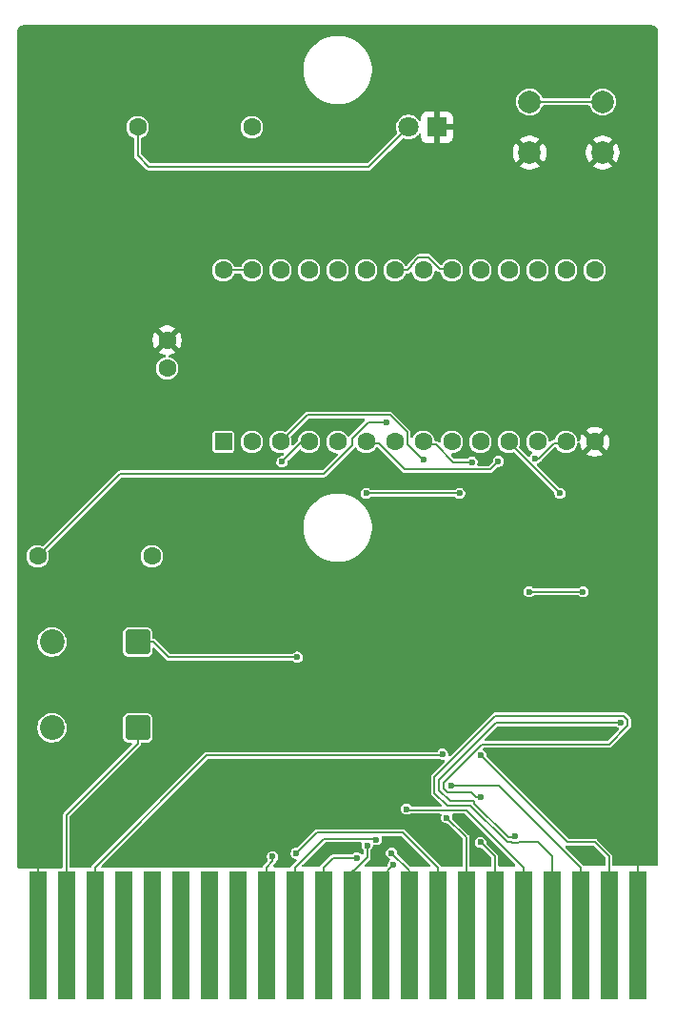
<source format=gbl>
%TF.GenerationSoftware,KiCad,Pcbnew,9.0.5-1.fc42*%
%TF.CreationDate,2025-11-09T17:28:59+08:00*%
%TF.ProjectId,JACC64-16K,4a414343-3634-42d3-9136-4b2e6b696361,rev?*%
%TF.SameCoordinates,Original*%
%TF.FileFunction,Copper,L2,Bot*%
%TF.FilePolarity,Positive*%
%FSLAX46Y46*%
G04 Gerber Fmt 4.6, Leading zero omitted, Abs format (unit mm)*
G04 Created by KiCad (PCBNEW 9.0.5-1.fc42) date 2025-11-09 17:28:59*
%MOMM*%
%LPD*%
G01*
G04 APERTURE LIST*
G04 Aperture macros list*
%AMRoundRect*
0 Rectangle with rounded corners*
0 $1 Rounding radius*
0 $2 $3 $4 $5 $6 $7 $8 $9 X,Y pos of 4 corners*
0 Add a 4 corners polygon primitive as box body*
4,1,4,$2,$3,$4,$5,$6,$7,$8,$9,$2,$3,0*
0 Add four circle primitives for the rounded corners*
1,1,$1+$1,$2,$3*
1,1,$1+$1,$4,$5*
1,1,$1+$1,$6,$7*
1,1,$1+$1,$8,$9*
0 Add four rect primitives between the rounded corners*
20,1,$1+$1,$2,$3,$4,$5,0*
20,1,$1+$1,$4,$5,$6,$7,0*
20,1,$1+$1,$6,$7,$8,$9,0*
20,1,$1+$1,$8,$9,$2,$3,0*%
G04 Aperture macros list end*
%TA.AperFunction,ComponentPad*%
%ADD10RoundRect,0.249999X0.850001X0.850001X-0.850001X0.850001X-0.850001X-0.850001X0.850001X-0.850001X0*%
%TD*%
%TA.AperFunction,ComponentPad*%
%ADD11C,2.200000*%
%TD*%
%TA.AperFunction,ComponentPad*%
%ADD12C,2.000000*%
%TD*%
%TA.AperFunction,ComponentPad*%
%ADD13C,1.600000*%
%TD*%
%TA.AperFunction,ComponentPad*%
%ADD14R,1.800000X1.800000*%
%TD*%
%TA.AperFunction,ComponentPad*%
%ADD15C,1.800000*%
%TD*%
%TA.AperFunction,ConnectorPad*%
%ADD16R,1.524000X11.430000*%
%TD*%
%TA.AperFunction,ComponentPad*%
%ADD17RoundRect,0.250000X0.550000X-0.550000X0.550000X0.550000X-0.550000X0.550000X-0.550000X-0.550000X0*%
%TD*%
%TA.AperFunction,ViaPad*%
%ADD18C,0.600000*%
%TD*%
%TA.AperFunction,Conductor*%
%ADD19C,0.200000*%
%TD*%
G04 APERTURE END LIST*
D10*
%TO.P,D1,1,K*%
%TO.N,Net-(CN1-~{ROML})*%
X124460000Y-109220000D03*
D11*
%TO.P,D1,2,A*%
%TO.N,Net-(D1-A)*%
X116840000Y-109220000D03*
%TD*%
D12*
%TO.P,SW1,1,1*%
%TO.N,GND*%
X165810000Y-65750000D03*
X159310000Y-65750000D03*
%TO.P,SW1,2,2*%
%TO.N,Net-(CN1-~{RESET})*%
X165810000Y-61250000D03*
X159310000Y-61250000D03*
%TD*%
D13*
%TO.P,R2,1*%
%TO.N,Net-(D3-A)*%
X124460000Y-63500000D03*
%TO.P,R2,2*%
%TO.N,VCC*%
X134620000Y-63500000D03*
%TD*%
%TO.P,C1,1*%
%TO.N,GND*%
X127075800Y-82411100D03*
%TO.P,C1,2*%
%TO.N,VCC*%
X127075800Y-84911100D03*
%TD*%
%TO.P,R1,1*%
%TO.N,Net-(D1-A)*%
X115570000Y-101600000D03*
%TO.P,R1,2*%
%TO.N,VCC*%
X125730000Y-101600000D03*
%TD*%
D14*
%TO.P,D3,1,K*%
%TO.N,GND*%
X151075944Y-63500000D03*
D15*
%TO.P,D3,2,A*%
%TO.N,Net-(D3-A)*%
X148535944Y-63500000D03*
%TD*%
D10*
%TO.P,D2,1,K*%
%TO.N,Net-(CN1-~{ROMH})*%
X124460000Y-116840000D03*
D11*
%TO.P,D2,2,A*%
%TO.N,Net-(D1-A)*%
X116840000Y-116840000D03*
%TD*%
D16*
%TO.P,CN1,A,GND*%
%TO.N,GND*%
X115570000Y-135255000D03*
%TO.P,CN1,B,~{ROMH}*%
%TO.N,Net-(CN1-~{ROMH})*%
X118110000Y-135255000D03*
%TO.P,CN1,C,~{RESET}*%
%TO.N,Net-(CN1-~{RESET})*%
X120650000Y-135255000D03*
%TO.P,CN1,D,~{NMI}*%
%TO.N,unconnected-(CN1-~{NMI}-PadD)*%
X123190000Y-135255000D03*
%TO.P,CN1,E,\u22052*%
%TO.N,unconnected-(CN1-\u22052-PadE)*%
X125730000Y-135255000D03*
%TO.P,CN1,F,A15*%
%TO.N,unconnected-(CN1-A15-PadF)*%
X128270000Y-135255000D03*
%TO.P,CN1,H,A14*%
%TO.N,unconnected-(CN1-A14-PadH)*%
X130810000Y-135255000D03*
%TO.P,CN1,J,A13*%
%TO.N,unconnected-(CN1-A13-PadJ)*%
X133350000Y-135255000D03*
%TO.P,CN1,K,A12*%
%TO.N,/A12*%
X135890000Y-135255000D03*
%TO.P,CN1,L,A11*%
%TO.N,/A11*%
X138430000Y-135255000D03*
%TO.P,CN1,M,A10*%
%TO.N,/A10*%
X140970000Y-135255000D03*
%TO.P,CN1,N,A9*%
%TO.N,/A9*%
X143510000Y-135255000D03*
%TO.P,CN1,P,A8*%
%TO.N,/A8*%
X146050000Y-135255000D03*
%TO.P,CN1,R,A7*%
%TO.N,/A7*%
X148590000Y-135255000D03*
%TO.P,CN1,S,A6*%
%TO.N,/A6*%
X151130000Y-135255000D03*
%TO.P,CN1,T,A5*%
%TO.N,/A5*%
X153670000Y-135255000D03*
%TO.P,CN1,U,A4*%
%TO.N,/A4*%
X156210000Y-135255000D03*
%TO.P,CN1,V,A3*%
%TO.N,/A3*%
X158750000Y-135255000D03*
%TO.P,CN1,W,A2*%
%TO.N,/A2*%
X161290000Y-135255000D03*
%TO.P,CN1,X,A1*%
%TO.N,/A1*%
X163830000Y-135255000D03*
%TO.P,CN1,Y,A0*%
%TO.N,/A0*%
X166370000Y-135255000D03*
%TO.P,CN1,Z,GND*%
%TO.N,GND*%
X168910000Y-135255000D03*
%TD*%
D17*
%TO.P,U1,1,VPP*%
%TO.N,VCC*%
X132080000Y-91440000D03*
D13*
%TO.P,U1,2,A12*%
%TO.N,/A12*%
X134620000Y-91440000D03*
%TO.P,U1,3,A7*%
%TO.N,/A7*%
X137160000Y-91440000D03*
%TO.P,U1,4,A6*%
%TO.N,/A6*%
X139700000Y-91440000D03*
%TO.P,U1,5,A5*%
%TO.N,/A5*%
X142240000Y-91440000D03*
%TO.P,U1,6,A4*%
%TO.N,/A4*%
X144780000Y-91440000D03*
%TO.P,U1,7,A3*%
%TO.N,/A3*%
X147320000Y-91440000D03*
%TO.P,U1,8,A2*%
%TO.N,/A2*%
X149860000Y-91440000D03*
%TO.P,U1,9,A1*%
%TO.N,/A1*%
X152400000Y-91440000D03*
%TO.P,U1,10,A0*%
%TO.N,/A0*%
X154940000Y-91440000D03*
%TO.P,U1,11,D0*%
%TO.N,/D0*%
X157480000Y-91440000D03*
%TO.P,U1,12,D1*%
%TO.N,/D1*%
X160020000Y-91440000D03*
%TO.P,U1,13,D2*%
%TO.N,/D2*%
X162560000Y-91440000D03*
%TO.P,U1,14,GND*%
%TO.N,GND*%
X165100000Y-91440000D03*
%TO.P,U1,15,D3*%
%TO.N,/D3*%
X165100000Y-76200000D03*
%TO.P,U1,16,D4*%
%TO.N,/D4*%
X162560000Y-76200000D03*
%TO.P,U1,17,D5*%
%TO.N,/D5*%
X160020000Y-76200000D03*
%TO.P,U1,18,D6*%
%TO.N,/D6*%
X157480000Y-76200000D03*
%TO.P,U1,19,D7*%
%TO.N,/D7*%
X154940000Y-76200000D03*
%TO.P,U1,20,~{CE}*%
%TO.N,Net-(D1-A)*%
X152400000Y-76200000D03*
%TO.P,U1,21,A10*%
%TO.N,/A10*%
X149860000Y-76200000D03*
%TO.P,U1,22,~{OE}*%
%TO.N,Net-(D1-A)*%
X147320000Y-76200000D03*
%TO.P,U1,23,A11*%
%TO.N,/A11*%
X144780000Y-76200000D03*
%TO.P,U1,24,A9*%
%TO.N,/A9*%
X142240000Y-76200000D03*
%TO.P,U1,25,A8*%
%TO.N,/A8*%
X139700000Y-76200000D03*
%TO.P,U1,26,A13*%
%TO.N,Net-(CN1-~{ROML})*%
X137160000Y-76200000D03*
%TO.P,U1,27,~{PGM}*%
%TO.N,VCC*%
X134620000Y-76200000D03*
%TO.P,U1,28,VCC*%
X132080000Y-76200000D03*
%TD*%
D18*
%TO.N,GND*%
X127000000Y-73660000D03*
X127000000Y-91440000D03*
X134620000Y-121920000D03*
X148560906Y-127894276D03*
X134620000Y-99060000D03*
X121920000Y-58420000D03*
X121920000Y-78740000D03*
X162560000Y-111760000D03*
X116840000Y-73660000D03*
X150382374Y-125858763D03*
X119380000Y-63500000D03*
X129540000Y-116840000D03*
X151667175Y-127197599D03*
X157480000Y-83820000D03*
X149860000Y-83820000D03*
X129540000Y-99060000D03*
X116840000Y-91440000D03*
X142240000Y-106680000D03*
X157480000Y-111760000D03*
X146000448Y-128282597D03*
X139700000Y-71120000D03*
X116840000Y-96520000D03*
X165031100Y-128129694D03*
X137924520Y-115879450D03*
X144780000Y-73660000D03*
X159243719Y-98891187D03*
X148014506Y-115443282D03*
X129540000Y-124460000D03*
X153704451Y-125365662D03*
X139559592Y-93390418D03*
X167640000Y-73660000D03*
X127000000Y-58420000D03*
X170180000Y-76200000D03*
X162560000Y-121920000D03*
X146083605Y-124139256D03*
X134620000Y-106680000D03*
X170180000Y-83820000D03*
X134620000Y-83820000D03*
X162072770Y-117410756D03*
X132080000Y-127000000D03*
X116840000Y-58420000D03*
X139700000Y-66040000D03*
X116840000Y-83820000D03*
X141833511Y-127487787D03*
X167640000Y-58420000D03*
X145679015Y-93997303D03*
X139700000Y-114300000D03*
X157480000Y-58420000D03*
X129540000Y-106680000D03*
X132080000Y-71120000D03*
X157480000Y-68580000D03*
X167640000Y-68580000D03*
X147320000Y-71120000D03*
X134620000Y-58420000D03*
X140827177Y-95417558D03*
X162560000Y-71120000D03*
X121920000Y-91440000D03*
X134620000Y-116840000D03*
%TO.N,Net-(CN1-~{RESET})*%
X151565200Y-119162500D03*
%TO.N,/A1*%
X152347500Y-121958700D03*
%TO.N,/D3*%
X159275700Y-104744000D03*
X164066200Y-104744000D03*
%TO.N,/D2*%
X159810700Y-92907700D03*
%TO.N,/A0*%
X154997400Y-119288000D03*
%TO.N,/A12*%
X136446700Y-128275600D03*
%TO.N,/A2*%
X154995800Y-122974000D03*
X154186600Y-93225800D03*
%TO.N,/A10*%
X143975600Y-128390200D03*
%TO.N,/D4*%
X158031100Y-126457700D03*
X167450500Y-116379200D03*
%TO.N,/A8*%
X147215335Y-128982165D03*
%TO.N,/A11*%
X145690800Y-126755100D03*
%TO.N,/A6*%
X138558400Y-127968300D03*
X137291900Y-93210900D03*
%TO.N,/A5*%
X151933500Y-124812500D03*
X153077500Y-96017600D03*
X144780000Y-96017600D03*
%TO.N,/A9*%
X144872500Y-127276500D03*
%TO.N,Net-(CN1-~{ROML})*%
X138643800Y-110561600D03*
%TO.N,/A7*%
X147035900Y-127954200D03*
X149889300Y-93002600D03*
%TO.N,/D0*%
X162003800Y-96017600D03*
%TO.N,/A3*%
X148360000Y-124044800D03*
%TO.N,/A4*%
X156536900Y-93181300D03*
X154940000Y-127000000D03*
%TO.N,Net-(D1-A)*%
X146608000Y-89690000D03*
%TD*%
D19*
%TO.N,GND*%
X114855000Y-127037200D02*
X115570000Y-127752200D01*
X168910000Y-128171500D02*
X168910000Y-135255000D01*
X167670700Y-126932200D02*
X168910000Y-128171500D01*
X115570000Y-127752200D02*
X115570000Y-135255000D01*
%TO.N,VCC*%
X134620000Y-76200000D02*
X132080000Y-76200000D01*
%TO.N,Net-(CN1-~{RESET})*%
X130600300Y-119288000D02*
X151765300Y-119288000D01*
X151765300Y-119252700D02*
X151675100Y-119162500D01*
X151765300Y-119252700D02*
X151765300Y-119288000D01*
X120650000Y-129238300D02*
X130600300Y-119288000D01*
X159310000Y-61250000D02*
X165810000Y-61250000D01*
X120650000Y-135255000D02*
X120650000Y-129238300D01*
X151675100Y-119162500D02*
X151565200Y-119162500D01*
%TO.N,/A1*%
X156550400Y-121958700D02*
X152347500Y-121958700D01*
X163830000Y-129238300D02*
X156550400Y-121958700D01*
X163830000Y-135255000D02*
X163830000Y-129238300D01*
%TO.N,/D3*%
X164066200Y-104744000D02*
X159275700Y-104744000D01*
%TO.N,/D2*%
X161458300Y-91579985D02*
X161458300Y-91577700D01*
X162560000Y-91440000D02*
X162420015Y-91579985D01*
X162420015Y-91579985D02*
X161458300Y-91579985D01*
X160128300Y-92907700D02*
X159810700Y-92907700D01*
X161458300Y-91577700D02*
X160128300Y-92907700D01*
%TO.N,/A0*%
X166370000Y-128270000D02*
X165100000Y-127000000D01*
X166370000Y-135255000D02*
X166370000Y-128270000D01*
X165100000Y-127000000D02*
X162709400Y-127000000D01*
X162709400Y-127000000D02*
X154997400Y-119288000D01*
%TO.N,/A12*%
X135890000Y-135255000D02*
X135890000Y-129238300D01*
X135890000Y-129238300D02*
X136446700Y-128681600D01*
X136446700Y-128681600D02*
X136446700Y-128275600D01*
%TO.N,/A2*%
X160020000Y-127000000D02*
X161290000Y-128270000D01*
X168052200Y-116130100D02*
X167699600Y-115777500D01*
X157301400Y-127000000D02*
X157724871Y-127000000D01*
X154524000Y-122974000D02*
X154110500Y-122560500D01*
X151658700Y-121710000D02*
X155070500Y-118298200D01*
X151658700Y-122182300D02*
X151658700Y-121710000D01*
X149860000Y-91440000D02*
X150088300Y-91668300D01*
X157724871Y-127000000D02*
X157782571Y-127057700D01*
X150961700Y-91668300D02*
X152519200Y-93225800D01*
X150855300Y-121177300D02*
X150855300Y-122612800D01*
X155070500Y-118298200D02*
X166382300Y-118298200D01*
X168052200Y-116628300D02*
X168052200Y-116130100D01*
X152519200Y-93225800D02*
X154186600Y-93225800D01*
X166382300Y-118298200D02*
X168052200Y-116628300D01*
X156255100Y-115777500D02*
X150855300Y-121177300D01*
X161290000Y-128270000D02*
X161290000Y-135255000D01*
X154057100Y-123755700D02*
X157301400Y-127000000D01*
X157782571Y-127057700D02*
X158279629Y-127057700D01*
X158337329Y-127000000D02*
X160020000Y-127000000D01*
X152036900Y-122560500D02*
X151658700Y-122182300D01*
X151998200Y-123755700D02*
X154057100Y-123755700D01*
X154995800Y-122974000D02*
X154524000Y-122974000D01*
X158279629Y-127057700D02*
X158337329Y-127000000D01*
X150855300Y-122612800D02*
X151998200Y-123755700D01*
X154110500Y-122560500D02*
X152036900Y-122560500D01*
X167699600Y-115777500D02*
X156255100Y-115777500D01*
X150088300Y-91668300D02*
X150961700Y-91668300D01*
%TO.N,/A10*%
X141818100Y-128390200D02*
X143975600Y-128390200D01*
X140970000Y-135255000D02*
X140970000Y-129238300D01*
X140970000Y-129238300D02*
X141818100Y-128390200D01*
%TO.N,/D4*%
X154409600Y-123427600D02*
X154336000Y-123354000D01*
X156304000Y-116379200D02*
X167450500Y-116379200D01*
X158031100Y-126457700D02*
X157972300Y-126516500D01*
X154336000Y-123354000D02*
X152237400Y-123354000D01*
X151257000Y-121426200D02*
X156304000Y-116379200D01*
X157972300Y-126516500D02*
X157385900Y-126516500D01*
X154409600Y-123540200D02*
X154409600Y-123427600D01*
X151257000Y-122373600D02*
X151257000Y-121426200D01*
X152237400Y-123354000D02*
X151257000Y-122373600D01*
X157385900Y-126516500D02*
X154409600Y-123540200D01*
%TO.N,/A8*%
X147215335Y-128982165D02*
X146050000Y-130147500D01*
X146050000Y-130147500D02*
X146050000Y-135255000D01*
%TO.N,/A11*%
X138430000Y-135255000D02*
X138430000Y-129238300D01*
X138430000Y-129238300D02*
X140997300Y-126671000D01*
X145606700Y-126671000D02*
X145690800Y-126755100D01*
X140997300Y-126671000D02*
X145606700Y-126671000D01*
%TO.N,/A6*%
X139062800Y-91440000D02*
X137291900Y-93210900D01*
X148032100Y-126140400D02*
X140386300Y-126140400D01*
X151130000Y-135255000D02*
X151130000Y-129238300D01*
X139700000Y-91440000D02*
X139062800Y-91440000D01*
X151130000Y-129238300D02*
X148032100Y-126140400D01*
X140386300Y-126140400D02*
X138558400Y-127968300D01*
%TO.N,/A5*%
X153670000Y-126549000D02*
X151933500Y-124812500D01*
X144780000Y-96017600D02*
X153077500Y-96017600D01*
X153670000Y-135255000D02*
X153670000Y-126549000D01*
%TO.N,/A9*%
X143510000Y-135255000D02*
X143510000Y-129540000D01*
X143674329Y-129540000D02*
X144872500Y-128341829D01*
X143510000Y-129540000D02*
X143674329Y-129540000D01*
X144872500Y-128341829D02*
X144872500Y-127276500D01*
%TO.N,Net-(CN1-~{ROMH})*%
X124460000Y-116840000D02*
X124460000Y-118241700D01*
X118110000Y-135255000D02*
X118110000Y-124591700D01*
X118110000Y-124591700D02*
X124460000Y-118241700D01*
%TO.N,Net-(CN1-~{ROML})*%
X124460000Y-109220000D02*
X125861700Y-109220000D01*
X127203300Y-110561600D02*
X125861700Y-109220000D01*
X138643800Y-110561600D02*
X127203300Y-110561600D01*
%TO.N,/A7*%
X149772900Y-93002600D02*
X149889300Y-93002600D01*
X148590000Y-129508300D02*
X147035900Y-127954200D01*
X148421700Y-91651400D02*
X149772900Y-93002600D01*
X137160000Y-91440000D02*
X139533100Y-89066900D01*
X148590000Y-135255000D02*
X148590000Y-129508300D01*
X148421700Y-90570500D02*
X148421700Y-91651400D01*
X146918100Y-89066900D02*
X148421700Y-90570500D01*
X139533100Y-89066900D02*
X146918100Y-89066900D01*
%TO.N,/D0*%
X157480000Y-91440000D02*
X157480000Y-91493800D01*
X157480000Y-91493800D02*
X162003800Y-96017600D01*
%TO.N,/A3*%
X148472600Y-124157400D02*
X153669100Y-124157400D01*
X158750000Y-135255000D02*
X158750000Y-129238300D01*
X148360000Y-124044800D02*
X148472600Y-124157400D01*
X153669100Y-124157400D02*
X158750000Y-129238300D01*
%TO.N,/A4*%
X144917700Y-91577700D02*
X145881700Y-91577700D01*
X156210000Y-128270000D02*
X156210000Y-135255000D01*
X154940000Y-127000000D02*
X156210000Y-128270000D01*
X155853000Y-93865200D02*
X156536900Y-93181300D01*
X144780000Y-91440000D02*
X144917700Y-91577700D01*
X145881700Y-91577700D02*
X148169200Y-93865200D01*
X148169200Y-93865200D02*
X155853000Y-93865200D01*
%TO.N,Net-(D1-A)*%
X144962800Y-89690000D02*
X146608000Y-89690000D01*
X148759000Y-75862700D02*
X148759000Y-75743950D01*
X143510000Y-91142800D02*
X144962800Y-89690000D01*
X147320000Y-76200000D02*
X148421700Y-76200000D01*
X152262300Y-76062300D02*
X152400000Y-76200000D01*
X143510000Y-91767400D02*
X143510000Y-91142800D01*
X150290800Y-75054800D02*
X151298300Y-76062300D01*
X122888200Y-94281800D02*
X140995600Y-94281800D01*
X149522700Y-75099000D02*
X149566900Y-75054800D01*
X151298300Y-76062300D02*
X152262300Y-76062300D01*
X148421700Y-76200000D02*
X148759000Y-75862700D01*
X140995600Y-94281800D02*
X143510000Y-91767400D01*
X148759000Y-75743950D02*
X149403950Y-75099000D01*
X149566900Y-75054800D02*
X150290800Y-75054800D01*
X115570000Y-101600000D02*
X122888200Y-94281800D01*
X149403950Y-75099000D02*
X149522700Y-75099000D01*
%TO.N,Net-(D3-A)*%
X124460000Y-63500000D02*
X124460000Y-66040000D01*
X125443379Y-67023379D02*
X145014021Y-67023379D01*
X124460000Y-66040000D02*
X125443379Y-67023379D01*
X145014021Y-67023379D02*
X148537400Y-63500000D01*
%TD*%
%TA.AperFunction,Conductor*%
%TO.N,GND*%
G36*
X170247731Y-54441172D02*
G01*
X170338073Y-54451353D01*
X170365143Y-54457532D01*
X170444347Y-54485248D01*
X170469363Y-54497296D01*
X170540408Y-54541937D01*
X170562118Y-54559249D01*
X170621454Y-54618586D01*
X170638764Y-54640293D01*
X170683409Y-54711346D01*
X170695451Y-54736350D01*
X170723170Y-54815565D01*
X170729347Y-54842631D01*
X170739539Y-54933082D01*
X170740319Y-54946979D01*
X170732370Y-128956259D01*
X170712678Y-129023297D01*
X170659869Y-129069046D01*
X170608874Y-129080245D01*
X166795004Y-129095755D01*
X166727885Y-129076343D01*
X166681916Y-129023726D01*
X166670500Y-128971756D01*
X166670500Y-128230439D01*
X166650020Y-128154009D01*
X166650017Y-128154004D01*
X166610464Y-128085495D01*
X166610458Y-128085487D01*
X165284510Y-126759539D01*
X165261969Y-126746525D01*
X165239427Y-126733511D01*
X165234472Y-126730650D01*
X165215990Y-126719979D01*
X165215991Y-126719979D01*
X165177775Y-126709739D01*
X165139562Y-126699500D01*
X165139560Y-126699500D01*
X162885233Y-126699500D01*
X162818194Y-126679815D01*
X162797552Y-126663181D01*
X155534219Y-119399848D01*
X155500734Y-119338525D01*
X155497900Y-119312167D01*
X155497900Y-119222110D01*
X155497900Y-119222108D01*
X155463792Y-119094814D01*
X155397900Y-118980686D01*
X155304714Y-118887500D01*
X155205271Y-118830086D01*
X155157057Y-118779520D01*
X155143835Y-118710912D01*
X155169803Y-118646048D01*
X155226717Y-118605520D01*
X155267273Y-118598700D01*
X166421860Y-118598700D01*
X166421862Y-118598700D01*
X166498289Y-118578221D01*
X166566811Y-118538660D01*
X166622760Y-118482711D01*
X168292660Y-116812811D01*
X168332221Y-116744289D01*
X168352700Y-116667862D01*
X168352700Y-116090538D01*
X168347267Y-116070263D01*
X168332222Y-116014112D01*
X168292660Y-115945589D01*
X167884111Y-115537040D01*
X167884109Y-115537039D01*
X167884104Y-115537035D01*
X167815595Y-115497482D01*
X167815590Y-115497479D01*
X167790113Y-115490652D01*
X167739162Y-115477000D01*
X156215538Y-115477000D01*
X156177324Y-115487239D01*
X156139109Y-115497479D01*
X156139104Y-115497482D01*
X156070595Y-115537035D01*
X156070587Y-115537041D01*
X152277481Y-119330148D01*
X152258186Y-119340683D01*
X152241607Y-119355126D01*
X152228119Y-119357101D01*
X152216158Y-119363633D01*
X152194229Y-119362064D01*
X152172474Y-119365251D01*
X152160060Y-119359621D01*
X152146466Y-119358649D01*
X152128864Y-119345472D01*
X152108843Y-119336392D01*
X152101444Y-119324945D01*
X152090533Y-119316777D01*
X152082849Y-119296177D01*
X152070915Y-119277713D01*
X152067700Y-119255560D01*
X152066116Y-119251313D01*
X152065800Y-119242792D01*
X152065800Y-119213138D01*
X152065721Y-119212844D01*
X152065700Y-119204590D01*
X152065717Y-119204530D01*
X152065700Y-119204265D01*
X152065700Y-119096610D01*
X152065700Y-119096608D01*
X152031592Y-118969314D01*
X151965700Y-118855186D01*
X151872514Y-118762000D01*
X151815450Y-118729054D01*
X151758387Y-118696108D01*
X151694739Y-118679054D01*
X151631092Y-118662000D01*
X151499308Y-118662000D01*
X151372012Y-118696108D01*
X151257886Y-118762000D01*
X151257883Y-118762002D01*
X151164702Y-118855183D01*
X151164698Y-118855189D01*
X151124104Y-118925500D01*
X151073537Y-118973716D01*
X151016717Y-118987500D01*
X130560738Y-118987500D01*
X130509786Y-119001152D01*
X130484310Y-119007979D01*
X130425234Y-119042087D01*
X130425233Y-119042086D01*
X130415792Y-119047537D01*
X130415787Y-119047541D01*
X120409541Y-129053787D01*
X120409535Y-129053795D01*
X120369982Y-129122304D01*
X120369980Y-129122308D01*
X120369979Y-129122310D01*
X120369979Y-129122311D01*
X120350978Y-129193218D01*
X120314614Y-129252877D01*
X120251767Y-129283405D01*
X120231709Y-129285121D01*
X118535004Y-129292021D01*
X118467885Y-129272609D01*
X118421916Y-129219992D01*
X118410500Y-129168022D01*
X118410500Y-124767533D01*
X118430185Y-124700494D01*
X118446819Y-124679852D01*
X124700458Y-118426213D01*
X124700460Y-118426211D01*
X124707401Y-118414188D01*
X124740021Y-118357689D01*
X124760500Y-118281262D01*
X124760500Y-118244606D01*
X124766722Y-118225713D01*
X124775720Y-118212664D01*
X124780185Y-118197460D01*
X124795146Y-118184495D01*
X124806388Y-118168195D01*
X124821012Y-118162082D01*
X124832989Y-118151705D01*
X124859797Y-118145872D01*
X124870854Y-118141252D01*
X124876467Y-118142246D01*
X124884500Y-118140499D01*
X125364260Y-118140499D01*
X125364266Y-118140499D01*
X125394700Y-118137646D01*
X125522883Y-118092793D01*
X125632150Y-118012150D01*
X125712793Y-117902883D01*
X125751419Y-117792497D01*
X125757646Y-117774702D01*
X125757646Y-117774700D01*
X125760500Y-117744267D01*
X125760499Y-115935734D01*
X125757646Y-115905300D01*
X125712793Y-115777117D01*
X125676331Y-115727713D01*
X125632150Y-115667849D01*
X125558123Y-115613215D01*
X125522883Y-115587207D01*
X125522881Y-115587206D01*
X125394701Y-115542353D01*
X125364270Y-115539500D01*
X123555739Y-115539500D01*
X123541751Y-115540811D01*
X123525300Y-115542354D01*
X123525297Y-115542354D01*
X123525296Y-115542355D01*
X123525294Y-115542355D01*
X123397117Y-115587206D01*
X123287849Y-115667849D01*
X123207206Y-115777118D01*
X123162353Y-115905297D01*
X123162353Y-115905299D01*
X123159500Y-115935729D01*
X123159500Y-117744260D01*
X123159501Y-117744266D01*
X123162354Y-117774700D01*
X123162354Y-117774702D01*
X123162355Y-117774703D01*
X123162355Y-117774705D01*
X123207206Y-117902882D01*
X123287849Y-118012150D01*
X123332655Y-118045218D01*
X123397117Y-118092793D01*
X123439844Y-118107744D01*
X123525298Y-118137646D01*
X123533239Y-118138390D01*
X123555733Y-118140500D01*
X123836867Y-118140499D01*
X123903905Y-118160183D01*
X123949660Y-118212987D01*
X123959604Y-118282146D01*
X123930579Y-118345701D01*
X123924547Y-118352180D01*
X117925489Y-124351240D01*
X117869541Y-124407187D01*
X117869535Y-124407195D01*
X117829982Y-124475704D01*
X117829979Y-124475709D01*
X117809500Y-124552139D01*
X117809500Y-129171475D01*
X117789815Y-129238514D01*
X117737011Y-129284269D01*
X117686004Y-129295474D01*
X113870210Y-129310992D01*
X113803091Y-129291580D01*
X113757122Y-129238963D01*
X113745707Y-129186986D01*
X113747044Y-116737648D01*
X115539500Y-116737648D01*
X115539500Y-116942351D01*
X115571522Y-117144534D01*
X115634781Y-117339223D01*
X115727715Y-117521613D01*
X115848028Y-117687213D01*
X115992786Y-117831971D01*
X116147749Y-117944556D01*
X116158390Y-117952287D01*
X116241956Y-117994866D01*
X116340776Y-118045218D01*
X116340778Y-118045218D01*
X116340781Y-118045220D01*
X116445137Y-118079127D01*
X116535465Y-118108477D01*
X116636557Y-118124488D01*
X116737648Y-118140500D01*
X116737649Y-118140500D01*
X116942351Y-118140500D01*
X116942352Y-118140500D01*
X117144534Y-118108477D01*
X117339219Y-118045220D01*
X117521610Y-117952287D01*
X117654066Y-117856053D01*
X117687213Y-117831971D01*
X117687215Y-117831968D01*
X117687219Y-117831966D01*
X117831966Y-117687219D01*
X117831968Y-117687215D01*
X117831971Y-117687213D01*
X117884732Y-117614590D01*
X117952287Y-117521610D01*
X118045220Y-117339219D01*
X118108477Y-117144534D01*
X118140500Y-116942352D01*
X118140500Y-116737648D01*
X118129447Y-116667862D01*
X118108477Y-116535465D01*
X118045218Y-116340776D01*
X118011503Y-116274607D01*
X117952287Y-116158390D01*
X117944556Y-116147749D01*
X117831971Y-115992786D01*
X117687213Y-115848028D01*
X117521613Y-115727715D01*
X117521612Y-115727714D01*
X117521610Y-115727713D01*
X117464653Y-115698691D01*
X117339223Y-115634781D01*
X117144534Y-115571522D01*
X116960371Y-115542354D01*
X116942352Y-115539500D01*
X116737648Y-115539500D01*
X116719635Y-115542353D01*
X116535465Y-115571522D01*
X116340776Y-115634781D01*
X116158386Y-115727715D01*
X115992786Y-115848028D01*
X115848028Y-115992786D01*
X115727715Y-116158386D01*
X115634781Y-116340776D01*
X115571522Y-116535465D01*
X115539500Y-116737648D01*
X113747044Y-116737648D01*
X113747862Y-109117648D01*
X115539500Y-109117648D01*
X115539500Y-109322351D01*
X115571522Y-109524534D01*
X115634781Y-109719223D01*
X115727715Y-109901613D01*
X115848028Y-110067213D01*
X115992786Y-110211971D01*
X116147749Y-110324556D01*
X116158390Y-110332287D01*
X116274607Y-110391503D01*
X116340776Y-110425218D01*
X116340778Y-110425218D01*
X116340781Y-110425220D01*
X116445137Y-110459127D01*
X116535465Y-110488477D01*
X116636557Y-110504488D01*
X116737648Y-110520500D01*
X116737649Y-110520500D01*
X116942351Y-110520500D01*
X116942352Y-110520500D01*
X117144534Y-110488477D01*
X117339219Y-110425220D01*
X117521610Y-110332287D01*
X117669581Y-110224781D01*
X117687213Y-110211971D01*
X117687215Y-110211968D01*
X117687219Y-110211966D01*
X117831966Y-110067219D01*
X117831968Y-110067215D01*
X117831971Y-110067213D01*
X117884732Y-109994590D01*
X117952287Y-109901610D01*
X118045220Y-109719219D01*
X118108477Y-109524534D01*
X118140500Y-109322352D01*
X118140500Y-109117648D01*
X118118626Y-108979541D01*
X118108477Y-108915465D01*
X118045218Y-108720776D01*
X118011503Y-108654607D01*
X117952287Y-108538390D01*
X117943335Y-108526069D01*
X117841367Y-108385719D01*
X117831971Y-108372787D01*
X117831967Y-108372782D01*
X117774914Y-108315729D01*
X123159500Y-108315729D01*
X123159500Y-110124260D01*
X123159501Y-110124266D01*
X123162354Y-110154700D01*
X123162354Y-110154702D01*
X123162355Y-110154703D01*
X123162355Y-110154705D01*
X123207206Y-110282882D01*
X123287849Y-110392150D01*
X123332655Y-110425218D01*
X123397117Y-110472793D01*
X123439844Y-110487744D01*
X123525298Y-110517646D01*
X123532323Y-110518304D01*
X123555733Y-110520500D01*
X125364266Y-110520499D01*
X125394700Y-110517646D01*
X125522883Y-110472793D01*
X125632150Y-110392150D01*
X125712793Y-110282883D01*
X125755407Y-110161100D01*
X125757646Y-110154702D01*
X125757646Y-110154700D01*
X125760500Y-110124267D01*
X125760499Y-109843130D01*
X125780183Y-109776093D01*
X125832987Y-109730338D01*
X125902146Y-109720394D01*
X125965701Y-109749419D01*
X125972180Y-109755451D01*
X126962840Y-110746111D01*
X127018789Y-110802060D01*
X127018791Y-110802061D01*
X127018795Y-110802064D01*
X127087304Y-110841617D01*
X127087311Y-110841621D01*
X127163738Y-110862100D01*
X138185124Y-110862100D01*
X138252163Y-110881785D01*
X138272805Y-110898419D01*
X138336486Y-110962100D01*
X138450614Y-111027992D01*
X138577908Y-111062100D01*
X138577910Y-111062100D01*
X138709690Y-111062100D01*
X138709692Y-111062100D01*
X138836986Y-111027992D01*
X138951114Y-110962100D01*
X139044300Y-110868914D01*
X139110192Y-110754786D01*
X139144300Y-110627492D01*
X139144300Y-110495708D01*
X139110192Y-110368414D01*
X139044300Y-110254286D01*
X138951114Y-110161100D01*
X138894050Y-110128154D01*
X138836987Y-110095208D01*
X138773339Y-110078154D01*
X138709692Y-110061100D01*
X138577908Y-110061100D01*
X138450612Y-110095208D01*
X138336486Y-110161100D01*
X138336483Y-110161102D01*
X138272805Y-110224781D01*
X138211482Y-110258266D01*
X138185124Y-110261100D01*
X127379133Y-110261100D01*
X127312094Y-110241415D01*
X127291452Y-110224781D01*
X126046212Y-108979541D01*
X126046204Y-108979535D01*
X125977695Y-108939982D01*
X125977690Y-108939979D01*
X125952213Y-108933152D01*
X125901262Y-108919500D01*
X125901260Y-108919500D01*
X125884499Y-108919500D01*
X125817460Y-108899815D01*
X125771705Y-108847011D01*
X125760499Y-108795500D01*
X125760499Y-108315739D01*
X125760499Y-108315734D01*
X125757646Y-108285300D01*
X125712793Y-108157117D01*
X125676331Y-108107713D01*
X125632150Y-108047849D01*
X125558123Y-107993215D01*
X125522883Y-107967207D01*
X125522881Y-107967206D01*
X125394701Y-107922353D01*
X125364270Y-107919500D01*
X123555739Y-107919500D01*
X123541751Y-107920811D01*
X123525300Y-107922354D01*
X123525297Y-107922354D01*
X123525296Y-107922355D01*
X123525294Y-107922355D01*
X123397117Y-107967206D01*
X123287849Y-108047849D01*
X123207206Y-108157118D01*
X123162353Y-108285297D01*
X123162353Y-108285299D01*
X123159500Y-108315729D01*
X117774914Y-108315729D01*
X117687213Y-108228028D01*
X117521613Y-108107715D01*
X117521612Y-108107714D01*
X117521610Y-108107713D01*
X117464653Y-108078691D01*
X117339223Y-108014781D01*
X117144534Y-107951522D01*
X116960371Y-107922354D01*
X116942352Y-107919500D01*
X116737648Y-107919500D01*
X116719635Y-107922353D01*
X116535465Y-107951522D01*
X116340776Y-108014781D01*
X116158386Y-108107715D01*
X115992786Y-108228028D01*
X115848028Y-108372786D01*
X115727715Y-108538386D01*
X115634781Y-108720776D01*
X115571522Y-108915465D01*
X115539500Y-109117648D01*
X113747862Y-109117648D01*
X113748339Y-104678108D01*
X158775200Y-104678108D01*
X158775200Y-104809891D01*
X158809308Y-104937187D01*
X158842254Y-104994250D01*
X158875200Y-105051314D01*
X158968386Y-105144500D01*
X159082514Y-105210392D01*
X159209808Y-105244500D01*
X159209810Y-105244500D01*
X159341590Y-105244500D01*
X159341592Y-105244500D01*
X159468886Y-105210392D01*
X159583014Y-105144500D01*
X159646695Y-105080819D01*
X159708018Y-105047334D01*
X159734376Y-105044500D01*
X163607524Y-105044500D01*
X163674563Y-105064185D01*
X163695205Y-105080819D01*
X163758886Y-105144500D01*
X163873014Y-105210392D01*
X164000308Y-105244500D01*
X164000310Y-105244500D01*
X164132090Y-105244500D01*
X164132092Y-105244500D01*
X164259386Y-105210392D01*
X164373514Y-105144500D01*
X164466700Y-105051314D01*
X164532592Y-104937186D01*
X164566700Y-104809892D01*
X164566700Y-104678108D01*
X164532592Y-104550814D01*
X164466700Y-104436686D01*
X164373514Y-104343500D01*
X164316450Y-104310554D01*
X164259387Y-104277608D01*
X164195739Y-104260554D01*
X164132092Y-104243500D01*
X164000308Y-104243500D01*
X163873012Y-104277608D01*
X163758886Y-104343500D01*
X163758883Y-104343502D01*
X163695205Y-104407181D01*
X163633882Y-104440666D01*
X163607524Y-104443500D01*
X159734376Y-104443500D01*
X159667337Y-104423815D01*
X159646695Y-104407181D01*
X159583016Y-104343502D01*
X159583014Y-104343500D01*
X159525950Y-104310554D01*
X159468887Y-104277608D01*
X159405239Y-104260554D01*
X159341592Y-104243500D01*
X159209808Y-104243500D01*
X159082512Y-104277608D01*
X158968386Y-104343500D01*
X158968383Y-104343502D01*
X158875202Y-104436683D01*
X158875200Y-104436686D01*
X158809308Y-104550812D01*
X158775200Y-104678108D01*
X113748339Y-104678108D01*
X113748659Y-101698543D01*
X114569499Y-101698543D01*
X114607947Y-101891829D01*
X114607950Y-101891839D01*
X114683364Y-102073907D01*
X114683371Y-102073920D01*
X114792860Y-102237781D01*
X114792863Y-102237785D01*
X114932214Y-102377136D01*
X114932218Y-102377139D01*
X115096079Y-102486628D01*
X115096092Y-102486635D01*
X115278160Y-102562049D01*
X115278165Y-102562051D01*
X115278169Y-102562051D01*
X115278170Y-102562052D01*
X115471456Y-102600500D01*
X115471459Y-102600500D01*
X115668543Y-102600500D01*
X115798582Y-102574632D01*
X115861835Y-102562051D01*
X116043914Y-102486632D01*
X116207782Y-102377139D01*
X116347139Y-102237782D01*
X116456632Y-102073914D01*
X116532051Y-101891835D01*
X116565175Y-101725313D01*
X116570500Y-101698543D01*
X124729499Y-101698543D01*
X124767947Y-101891829D01*
X124767950Y-101891839D01*
X124843364Y-102073907D01*
X124843371Y-102073920D01*
X124952860Y-102237781D01*
X124952863Y-102237785D01*
X125092214Y-102377136D01*
X125092218Y-102377139D01*
X125256079Y-102486628D01*
X125256092Y-102486635D01*
X125438160Y-102562049D01*
X125438165Y-102562051D01*
X125438169Y-102562051D01*
X125438170Y-102562052D01*
X125631456Y-102600500D01*
X125631459Y-102600500D01*
X125828543Y-102600500D01*
X125958582Y-102574632D01*
X126021835Y-102562051D01*
X126203914Y-102486632D01*
X126367782Y-102377139D01*
X126507139Y-102237782D01*
X126616632Y-102073914D01*
X126692051Y-101891835D01*
X126725175Y-101725313D01*
X126730500Y-101698543D01*
X126730500Y-101501456D01*
X126692052Y-101308170D01*
X126692051Y-101308169D01*
X126692051Y-101308165D01*
X126692049Y-101308160D01*
X126616635Y-101126092D01*
X126616628Y-101126079D01*
X126507139Y-100962218D01*
X126507136Y-100962214D01*
X126367785Y-100822863D01*
X126367781Y-100822860D01*
X126203920Y-100713371D01*
X126203907Y-100713364D01*
X126021839Y-100637950D01*
X126021829Y-100637947D01*
X125828543Y-100599500D01*
X125828541Y-100599500D01*
X125631459Y-100599500D01*
X125631457Y-100599500D01*
X125438170Y-100637947D01*
X125438160Y-100637950D01*
X125256092Y-100713364D01*
X125256079Y-100713371D01*
X125092218Y-100822860D01*
X125092214Y-100822863D01*
X124952863Y-100962214D01*
X124952860Y-100962218D01*
X124843371Y-101126079D01*
X124843364Y-101126092D01*
X124767950Y-101308160D01*
X124767947Y-101308170D01*
X124729500Y-101501456D01*
X124729500Y-101501459D01*
X124729500Y-101698541D01*
X124729500Y-101698543D01*
X124729499Y-101698543D01*
X116570500Y-101698543D01*
X116570500Y-101501456D01*
X116532052Y-101308170D01*
X116532051Y-101308169D01*
X116532051Y-101308165D01*
X116491925Y-101211294D01*
X116484457Y-101141828D01*
X116515732Y-101079349D01*
X116518778Y-101076191D01*
X118705726Y-98889244D01*
X139199500Y-98889244D01*
X139199500Y-99230755D01*
X139237734Y-99570092D01*
X139237736Y-99570108D01*
X139313726Y-99903044D01*
X139313730Y-99903056D01*
X139426515Y-100225375D01*
X139426524Y-100225397D01*
X139574686Y-100533059D01*
X139574690Y-100533065D01*
X139756380Y-100822222D01*
X139969303Y-101089219D01*
X140210781Y-101330697D01*
X140477778Y-101543620D01*
X140724333Y-101698541D01*
X140766940Y-101725313D01*
X141074602Y-101873475D01*
X141074611Y-101873478D01*
X141074618Y-101873482D01*
X141074624Y-101873484D01*
X141396943Y-101986269D01*
X141396955Y-101986273D01*
X141729895Y-102062264D01*
X142069245Y-102100499D01*
X142069246Y-102100500D01*
X142069249Y-102100500D01*
X142410754Y-102100500D01*
X142410754Y-102100499D01*
X142750105Y-102062264D01*
X143083045Y-101986273D01*
X143405382Y-101873482D01*
X143713065Y-101725310D01*
X144002222Y-101543620D01*
X144269219Y-101330697D01*
X144510697Y-101089219D01*
X144723620Y-100822222D01*
X144905310Y-100533065D01*
X145053482Y-100225382D01*
X145166273Y-99903045D01*
X145242264Y-99570105D01*
X145280500Y-99230751D01*
X145280500Y-98889249D01*
X145242264Y-98549895D01*
X145166273Y-98216955D01*
X145053482Y-97894618D01*
X145053478Y-97894611D01*
X145053475Y-97894602D01*
X144905313Y-97586940D01*
X144765367Y-97364218D01*
X144723620Y-97297778D01*
X144510697Y-97030781D01*
X144269219Y-96789303D01*
X144002222Y-96576380D01*
X143713065Y-96394690D01*
X143713066Y-96394690D01*
X143713059Y-96394686D01*
X143405397Y-96246524D01*
X143405375Y-96246515D01*
X143083056Y-96133730D01*
X143083044Y-96133726D01*
X142779618Y-96064472D01*
X142750108Y-96057736D01*
X142750092Y-96057734D01*
X142410755Y-96019500D01*
X142410751Y-96019500D01*
X142069249Y-96019500D01*
X142069244Y-96019500D01*
X141729907Y-96057734D01*
X141729891Y-96057736D01*
X141396955Y-96133726D01*
X141396943Y-96133730D01*
X141074624Y-96246515D01*
X141074602Y-96246524D01*
X140766940Y-96394686D01*
X140477779Y-96576379D01*
X140210781Y-96789302D01*
X139969302Y-97030781D01*
X139756379Y-97297779D01*
X139574686Y-97586940D01*
X139426524Y-97894602D01*
X139426515Y-97894624D01*
X139313730Y-98216943D01*
X139313726Y-98216955D01*
X139237736Y-98549891D01*
X139237734Y-98549907D01*
X139199500Y-98889244D01*
X118705726Y-98889244D01*
X121643263Y-95951708D01*
X144279500Y-95951708D01*
X144279500Y-96083491D01*
X144313608Y-96210787D01*
X144334236Y-96246515D01*
X144379500Y-96324914D01*
X144472686Y-96418100D01*
X144586814Y-96483992D01*
X144714108Y-96518100D01*
X144714110Y-96518100D01*
X144845890Y-96518100D01*
X144845892Y-96518100D01*
X144973186Y-96483992D01*
X145087314Y-96418100D01*
X145150995Y-96354419D01*
X145212318Y-96320934D01*
X145238676Y-96318100D01*
X152618824Y-96318100D01*
X152685863Y-96337785D01*
X152706505Y-96354419D01*
X152770186Y-96418100D01*
X152884314Y-96483992D01*
X153011608Y-96518100D01*
X153011610Y-96518100D01*
X153143390Y-96518100D01*
X153143392Y-96518100D01*
X153270686Y-96483992D01*
X153384814Y-96418100D01*
X153478000Y-96324914D01*
X153543892Y-96210786D01*
X153578000Y-96083492D01*
X153578000Y-95951708D01*
X153543892Y-95824414D01*
X153478000Y-95710286D01*
X153384814Y-95617100D01*
X153327750Y-95584154D01*
X153270687Y-95551208D01*
X153207039Y-95534154D01*
X153143392Y-95517100D01*
X153011608Y-95517100D01*
X152884312Y-95551208D01*
X152770186Y-95617100D01*
X152770183Y-95617102D01*
X152706505Y-95680781D01*
X152645182Y-95714266D01*
X152618824Y-95717100D01*
X145238676Y-95717100D01*
X145171637Y-95697415D01*
X145150995Y-95680781D01*
X145087316Y-95617102D01*
X145087314Y-95617100D01*
X145030250Y-95584154D01*
X144973187Y-95551208D01*
X144909539Y-95534154D01*
X144845892Y-95517100D01*
X144714108Y-95517100D01*
X144586812Y-95551208D01*
X144472686Y-95617100D01*
X144472683Y-95617102D01*
X144379502Y-95710283D01*
X144379500Y-95710286D01*
X144313608Y-95824412D01*
X144279500Y-95951708D01*
X121643263Y-95951708D01*
X122976352Y-94618619D01*
X123037675Y-94585134D01*
X123064033Y-94582300D01*
X141035160Y-94582300D01*
X141035162Y-94582300D01*
X141111589Y-94561821D01*
X141180111Y-94522260D01*
X141236060Y-94466311D01*
X143744508Y-91957862D01*
X143805829Y-91924379D01*
X143875521Y-91929363D01*
X143931454Y-91971235D01*
X143935289Y-91976654D01*
X144002860Y-92077781D01*
X144002863Y-92077785D01*
X144142214Y-92217136D01*
X144142218Y-92217139D01*
X144306079Y-92326628D01*
X144306092Y-92326635D01*
X144465814Y-92392793D01*
X144488165Y-92402051D01*
X144488169Y-92402051D01*
X144488170Y-92402052D01*
X144681456Y-92440500D01*
X144681459Y-92440500D01*
X144878543Y-92440500D01*
X145035442Y-92409290D01*
X145071835Y-92402051D01*
X145253914Y-92326632D01*
X145417782Y-92217139D01*
X145557139Y-92077782D01*
X145607856Y-92001878D01*
X145633282Y-91963826D01*
X145686894Y-91919021D01*
X145756219Y-91910314D01*
X145819246Y-91940468D01*
X145824065Y-91945036D01*
X147984689Y-94105660D01*
X148044029Y-94139920D01*
X148053208Y-94145220D01*
X148053212Y-94145222D01*
X148129638Y-94165700D01*
X148129640Y-94165700D01*
X155892560Y-94165700D01*
X155892562Y-94165700D01*
X155968989Y-94145221D01*
X156037511Y-94105660D01*
X156093460Y-94049711D01*
X156425051Y-93718118D01*
X156486374Y-93684634D01*
X156512732Y-93681800D01*
X156602790Y-93681800D01*
X156602792Y-93681800D01*
X156730086Y-93647692D01*
X156844214Y-93581800D01*
X156937400Y-93488614D01*
X157003292Y-93374486D01*
X157037400Y-93247192D01*
X157037400Y-93115408D01*
X157003292Y-92988114D01*
X156937400Y-92873986D01*
X156844214Y-92780800D01*
X156771548Y-92738846D01*
X156730087Y-92714908D01*
X156656844Y-92695283D01*
X156602792Y-92680800D01*
X156471008Y-92680800D01*
X156343712Y-92714908D01*
X156229586Y-92780800D01*
X156229583Y-92780802D01*
X156136402Y-92873983D01*
X156136400Y-92873986D01*
X156070508Y-92988112D01*
X156036400Y-93115408D01*
X156036400Y-93205466D01*
X156016715Y-93272505D01*
X156000081Y-93293147D01*
X155764848Y-93528381D01*
X155703525Y-93561866D01*
X155677167Y-93564700D01*
X154775548Y-93564700D01*
X154708509Y-93545015D01*
X154662754Y-93492211D01*
X154652810Y-93423053D01*
X154655773Y-93408607D01*
X154664915Y-93374487D01*
X154687100Y-93291692D01*
X154687100Y-93159908D01*
X154652992Y-93032614D01*
X154587100Y-92918486D01*
X154493914Y-92825300D01*
X154436850Y-92792354D01*
X154379787Y-92759408D01*
X154303047Y-92738846D01*
X154252492Y-92725300D01*
X154120708Y-92725300D01*
X153993412Y-92759408D01*
X153879286Y-92825300D01*
X153879283Y-92825302D01*
X153815605Y-92888981D01*
X153754282Y-92922466D01*
X153727924Y-92925300D01*
X152695033Y-92925300D01*
X152627994Y-92905615D01*
X152607352Y-92888981D01*
X152370552Y-92652181D01*
X152337067Y-92590858D01*
X152342051Y-92521166D01*
X152383923Y-92465233D01*
X152449387Y-92440816D01*
X152458233Y-92440500D01*
X152498543Y-92440500D01*
X152655442Y-92409290D01*
X152691835Y-92402051D01*
X152873914Y-92326632D01*
X153037782Y-92217139D01*
X153177139Y-92077782D01*
X153286632Y-91913914D01*
X153362051Y-91731835D01*
X153400500Y-91538543D01*
X153939499Y-91538543D01*
X153977947Y-91731829D01*
X153977950Y-91731839D01*
X154053364Y-91913907D01*
X154053371Y-91913920D01*
X154162860Y-92077781D01*
X154162863Y-92077785D01*
X154302214Y-92217136D01*
X154302218Y-92217139D01*
X154466079Y-92326628D01*
X154466092Y-92326635D01*
X154625814Y-92392793D01*
X154648165Y-92402051D01*
X154648169Y-92402051D01*
X154648170Y-92402052D01*
X154841456Y-92440500D01*
X154841459Y-92440500D01*
X155038543Y-92440500D01*
X155195442Y-92409290D01*
X155231835Y-92402051D01*
X155413914Y-92326632D01*
X155577782Y-92217139D01*
X155717139Y-92077782D01*
X155826632Y-91913914D01*
X155902051Y-91731835D01*
X155940500Y-91538543D01*
X156479499Y-91538543D01*
X156517947Y-91731829D01*
X156517950Y-91731839D01*
X156593364Y-91913907D01*
X156593371Y-91913920D01*
X156702860Y-92077781D01*
X156702863Y-92077785D01*
X156842214Y-92217136D01*
X156842218Y-92217139D01*
X157006079Y-92326628D01*
X157006092Y-92326635D01*
X157165814Y-92392793D01*
X157188165Y-92402051D01*
X157188169Y-92402051D01*
X157188170Y-92402052D01*
X157381456Y-92440500D01*
X157381459Y-92440500D01*
X157578543Y-92440500D01*
X157735442Y-92409290D01*
X157771835Y-92402051D01*
X157830660Y-92377684D01*
X157900127Y-92370215D01*
X157962606Y-92401489D01*
X157965793Y-92404564D01*
X161466981Y-95905752D01*
X161500466Y-95967075D01*
X161503300Y-95993433D01*
X161503300Y-96083491D01*
X161537408Y-96210787D01*
X161558036Y-96246515D01*
X161603300Y-96324914D01*
X161696486Y-96418100D01*
X161810614Y-96483992D01*
X161937908Y-96518100D01*
X161937910Y-96518100D01*
X162069690Y-96518100D01*
X162069692Y-96518100D01*
X162196986Y-96483992D01*
X162311114Y-96418100D01*
X162404300Y-96324914D01*
X162470192Y-96210786D01*
X162504300Y-96083492D01*
X162504300Y-95951708D01*
X162470192Y-95824414D01*
X162404300Y-95710286D01*
X162311114Y-95617100D01*
X162254050Y-95584154D01*
X162196987Y-95551208D01*
X162133339Y-95534154D01*
X162069692Y-95517100D01*
X161979633Y-95517100D01*
X161912594Y-95497415D01*
X161891952Y-95480781D01*
X159979553Y-93568382D01*
X159946068Y-93507059D01*
X159951052Y-93437367D01*
X159992924Y-93381434D01*
X160005234Y-93373314D01*
X160040385Y-93353019D01*
X160118014Y-93308200D01*
X160211200Y-93215014D01*
X160211200Y-93215013D01*
X160216948Y-93209266D01*
X160218177Y-93210495D01*
X160243842Y-93187978D01*
X160244285Y-93187721D01*
X160244289Y-93187721D01*
X160312811Y-93148160D01*
X160368760Y-93092211D01*
X161515936Y-91945034D01*
X161577257Y-91911551D01*
X161646949Y-91916535D01*
X161702882Y-91958407D01*
X161706717Y-91963826D01*
X161782860Y-92077781D01*
X161782863Y-92077785D01*
X161922214Y-92217136D01*
X161922218Y-92217139D01*
X162086079Y-92326628D01*
X162086092Y-92326635D01*
X162245814Y-92392793D01*
X162268165Y-92402051D01*
X162268169Y-92402051D01*
X162268170Y-92402052D01*
X162461456Y-92440500D01*
X162461459Y-92440500D01*
X162658543Y-92440500D01*
X162815442Y-92409290D01*
X162851835Y-92402051D01*
X162908468Y-92378593D01*
X162959021Y-92357654D01*
X163033907Y-92326635D01*
X163033907Y-92326634D01*
X163033914Y-92326632D01*
X163197782Y-92217139D01*
X163337139Y-92077782D01*
X163446632Y-91913914D01*
X163522051Y-91731835D01*
X163558034Y-91550937D01*
X163590419Y-91489027D01*
X163651134Y-91454453D01*
X163720904Y-91458192D01*
X163777576Y-91499059D01*
X163802124Y-91555731D01*
X163832009Y-91744417D01*
X163895244Y-91939031D01*
X163988141Y-92121350D01*
X163988147Y-92121359D01*
X164020523Y-92165921D01*
X164020524Y-92165922D01*
X164700000Y-91486446D01*
X164700000Y-91492661D01*
X164727259Y-91594394D01*
X164779920Y-91685606D01*
X164854394Y-91760080D01*
X164945606Y-91812741D01*
X165047339Y-91840000D01*
X165053553Y-91840000D01*
X164374076Y-92519474D01*
X164418650Y-92551859D01*
X164600968Y-92644755D01*
X164795582Y-92707990D01*
X164997683Y-92740000D01*
X165202317Y-92740000D01*
X165404417Y-92707990D01*
X165599031Y-92644755D01*
X165781349Y-92551859D01*
X165825921Y-92519474D01*
X165146447Y-91840000D01*
X165152661Y-91840000D01*
X165254394Y-91812741D01*
X165345606Y-91760080D01*
X165420080Y-91685606D01*
X165472741Y-91594394D01*
X165500000Y-91492661D01*
X165500000Y-91486448D01*
X166179474Y-92165922D01*
X166179474Y-92165921D01*
X166211859Y-92121349D01*
X166304755Y-91939031D01*
X166367990Y-91744417D01*
X166400000Y-91542317D01*
X166400000Y-91337682D01*
X166367990Y-91135582D01*
X166304755Y-90940968D01*
X166211859Y-90758650D01*
X166179474Y-90714077D01*
X166179474Y-90714076D01*
X165500000Y-91393551D01*
X165500000Y-91387339D01*
X165472741Y-91285606D01*
X165420080Y-91194394D01*
X165345606Y-91119920D01*
X165254394Y-91067259D01*
X165152661Y-91040000D01*
X165146446Y-91040000D01*
X165825922Y-90360524D01*
X165825921Y-90360523D01*
X165781359Y-90328147D01*
X165781350Y-90328141D01*
X165599031Y-90235244D01*
X165404417Y-90172009D01*
X165202317Y-90140000D01*
X164997683Y-90140000D01*
X164795582Y-90172009D01*
X164600968Y-90235244D01*
X164418644Y-90328143D01*
X164374077Y-90360523D01*
X164374077Y-90360524D01*
X165053554Y-91040000D01*
X165047339Y-91040000D01*
X164945606Y-91067259D01*
X164854394Y-91119920D01*
X164779920Y-91194394D01*
X164727259Y-91285606D01*
X164700000Y-91387339D01*
X164700000Y-91393553D01*
X164020524Y-90714077D01*
X164020523Y-90714077D01*
X163988143Y-90758644D01*
X163895244Y-90940968D01*
X163832010Y-91135581D01*
X163802124Y-91324269D01*
X163772194Y-91387403D01*
X163712883Y-91424334D01*
X163643020Y-91423336D01*
X163584788Y-91384726D01*
X163558034Y-91329061D01*
X163533299Y-91204711D01*
X163522051Y-91148165D01*
X163503442Y-91103238D01*
X163446635Y-90966092D01*
X163446628Y-90966079D01*
X163337139Y-90802218D01*
X163337136Y-90802214D01*
X163197785Y-90662863D01*
X163197781Y-90662860D01*
X163033920Y-90553371D01*
X163033907Y-90553364D01*
X162959016Y-90522344D01*
X162851839Y-90477950D01*
X162851829Y-90477947D01*
X162658543Y-90439500D01*
X162658541Y-90439500D01*
X162461459Y-90439500D01*
X162461457Y-90439500D01*
X162268170Y-90477947D01*
X162268160Y-90477950D01*
X162086092Y-90553364D01*
X162086079Y-90553371D01*
X161922218Y-90662860D01*
X161922214Y-90662863D01*
X161782863Y-90802214D01*
X161782860Y-90802218D01*
X161673371Y-90966079D01*
X161673364Y-90966092D01*
X161597949Y-91148163D01*
X161597946Y-91148173D01*
X161592135Y-91177391D01*
X161559750Y-91239302D01*
X161502724Y-91272945D01*
X161486903Y-91277200D01*
X161418738Y-91277200D01*
X161342311Y-91297679D01*
X161296701Y-91324012D01*
X161282616Y-91332143D01*
X161282611Y-91332145D01*
X161273795Y-91337235D01*
X161273787Y-91337241D01*
X161225862Y-91385166D01*
X161164539Y-91418650D01*
X161094847Y-91413665D01*
X161038914Y-91371794D01*
X161016565Y-91321675D01*
X160993299Y-91204711D01*
X160982051Y-91148165D01*
X160963442Y-91103238D01*
X160906635Y-90966092D01*
X160906628Y-90966079D01*
X160797139Y-90802218D01*
X160797136Y-90802214D01*
X160657785Y-90662863D01*
X160657781Y-90662860D01*
X160493920Y-90553371D01*
X160493907Y-90553364D01*
X160311839Y-90477950D01*
X160311829Y-90477947D01*
X160118543Y-90439500D01*
X160118541Y-90439500D01*
X159921459Y-90439500D01*
X159921457Y-90439500D01*
X159728170Y-90477947D01*
X159728160Y-90477950D01*
X159546092Y-90553364D01*
X159546079Y-90553371D01*
X159382218Y-90662860D01*
X159382214Y-90662863D01*
X159242863Y-90802214D01*
X159242860Y-90802218D01*
X159133371Y-90966079D01*
X159133364Y-90966092D01*
X159057950Y-91148160D01*
X159057947Y-91148170D01*
X159019500Y-91341456D01*
X159019500Y-91341459D01*
X159019500Y-91538541D01*
X159019500Y-91538543D01*
X159019499Y-91538543D01*
X159057947Y-91731829D01*
X159057950Y-91731839D01*
X159133364Y-91913907D01*
X159133371Y-91913920D01*
X159242860Y-92077781D01*
X159242863Y-92077785D01*
X159382214Y-92217136D01*
X159382218Y-92217139D01*
X159505463Y-92299489D01*
X159550268Y-92353101D01*
X159558975Y-92422426D01*
X159528821Y-92485453D01*
X159509173Y-92501390D01*
X159509835Y-92502252D01*
X159503383Y-92507202D01*
X159410202Y-92600383D01*
X159410195Y-92600392D01*
X159345084Y-92713166D01*
X159294517Y-92761381D01*
X159225909Y-92774603D01*
X159161045Y-92748635D01*
X159150017Y-92738846D01*
X158413049Y-92001878D01*
X158379564Y-91940555D01*
X158384548Y-91870863D01*
X158386144Y-91866806D01*
X158442051Y-91731835D01*
X158480500Y-91538541D01*
X158480500Y-91341459D01*
X158480500Y-91341456D01*
X158442052Y-91148170D01*
X158442051Y-91148169D01*
X158442051Y-91148165D01*
X158423442Y-91103238D01*
X158366635Y-90966092D01*
X158366628Y-90966079D01*
X158257139Y-90802218D01*
X158257136Y-90802214D01*
X158117785Y-90662863D01*
X158117781Y-90662860D01*
X157953920Y-90553371D01*
X157953907Y-90553364D01*
X157771839Y-90477950D01*
X157771829Y-90477947D01*
X157578543Y-90439500D01*
X157578541Y-90439500D01*
X157381459Y-90439500D01*
X157381457Y-90439500D01*
X157188170Y-90477947D01*
X157188160Y-90477950D01*
X157006092Y-90553364D01*
X157006079Y-90553371D01*
X156842218Y-90662860D01*
X156842214Y-90662863D01*
X156702863Y-90802214D01*
X156702860Y-90802218D01*
X156593371Y-90966079D01*
X156593364Y-90966092D01*
X156517950Y-91148160D01*
X156517947Y-91148170D01*
X156479500Y-91341456D01*
X156479500Y-91341459D01*
X156479500Y-91538541D01*
X156479500Y-91538543D01*
X156479499Y-91538543D01*
X155940500Y-91538543D01*
X155940500Y-91538541D01*
X155940500Y-91341459D01*
X155940500Y-91341456D01*
X155902052Y-91148170D01*
X155902051Y-91148169D01*
X155902051Y-91148165D01*
X155883442Y-91103238D01*
X155826635Y-90966092D01*
X155826628Y-90966079D01*
X155717139Y-90802218D01*
X155717136Y-90802214D01*
X155577785Y-90662863D01*
X155577781Y-90662860D01*
X155413920Y-90553371D01*
X155413907Y-90553364D01*
X155231839Y-90477950D01*
X155231829Y-90477947D01*
X155038543Y-90439500D01*
X155038541Y-90439500D01*
X154841459Y-90439500D01*
X154841457Y-90439500D01*
X154648170Y-90477947D01*
X154648160Y-90477950D01*
X154466092Y-90553364D01*
X154466079Y-90553371D01*
X154302218Y-90662860D01*
X154302214Y-90662863D01*
X154162863Y-90802214D01*
X154162860Y-90802218D01*
X154053371Y-90966079D01*
X154053364Y-90966092D01*
X153977950Y-91148160D01*
X153977947Y-91148170D01*
X153939500Y-91341456D01*
X153939500Y-91341459D01*
X153939500Y-91538541D01*
X153939500Y-91538543D01*
X153939499Y-91538543D01*
X153400500Y-91538543D01*
X153400500Y-91538541D01*
X153400500Y-91341459D01*
X153400500Y-91341456D01*
X153362052Y-91148170D01*
X153362051Y-91148169D01*
X153362051Y-91148165D01*
X153343442Y-91103238D01*
X153286635Y-90966092D01*
X153286628Y-90966079D01*
X153177139Y-90802218D01*
X153177136Y-90802214D01*
X153037785Y-90662863D01*
X153037781Y-90662860D01*
X152873920Y-90553371D01*
X152873907Y-90553364D01*
X152691839Y-90477950D01*
X152691829Y-90477947D01*
X152498543Y-90439500D01*
X152498541Y-90439500D01*
X152301459Y-90439500D01*
X152301457Y-90439500D01*
X152108170Y-90477947D01*
X152108160Y-90477950D01*
X151926092Y-90553364D01*
X151926079Y-90553371D01*
X151762218Y-90662860D01*
X151762214Y-90662863D01*
X151622863Y-90802214D01*
X151622860Y-90802218D01*
X151513371Y-90966079D01*
X151513364Y-90966092D01*
X151437950Y-91148160D01*
X151437947Y-91148170D01*
X151399500Y-91341456D01*
X151399500Y-91381767D01*
X151395046Y-91396934D01*
X151395571Y-91412734D01*
X151385404Y-91429771D01*
X151379815Y-91448806D01*
X151367868Y-91459157D01*
X151359768Y-91472733D01*
X151342003Y-91481570D01*
X151327011Y-91494561D01*
X151311366Y-91496810D01*
X151297211Y-91503852D01*
X151277489Y-91501681D01*
X151257853Y-91504505D01*
X151242596Y-91497841D01*
X151227761Y-91496209D01*
X151206978Y-91482284D01*
X151197452Y-91478124D01*
X151192415Y-91474044D01*
X151146211Y-91427840D01*
X151116939Y-91410940D01*
X151108476Y-91406054D01*
X151108475Y-91406053D01*
X151077690Y-91388279D01*
X151052213Y-91381452D01*
X151001262Y-91367800D01*
X151001260Y-91367800D01*
X150967504Y-91367800D01*
X150900465Y-91348115D01*
X150854710Y-91295311D01*
X150845887Y-91267992D01*
X150822052Y-91148170D01*
X150822051Y-91148169D01*
X150822051Y-91148165D01*
X150803442Y-91103238D01*
X150746635Y-90966092D01*
X150746628Y-90966079D01*
X150637139Y-90802218D01*
X150637136Y-90802214D01*
X150497785Y-90662863D01*
X150497781Y-90662860D01*
X150333920Y-90553371D01*
X150333907Y-90553364D01*
X150151839Y-90477950D01*
X150151829Y-90477947D01*
X149958543Y-90439500D01*
X149958541Y-90439500D01*
X149761459Y-90439500D01*
X149761457Y-90439500D01*
X149568170Y-90477947D01*
X149568160Y-90477950D01*
X149386092Y-90553364D01*
X149386079Y-90553371D01*
X149222218Y-90662860D01*
X149222214Y-90662863D01*
X149082863Y-90802214D01*
X149082860Y-90802218D01*
X148973371Y-90966079D01*
X148973366Y-90966089D01*
X148960761Y-90996521D01*
X148916919Y-91050925D01*
X148850625Y-91072989D01*
X148782926Y-91055709D01*
X148735316Y-91004572D01*
X148722200Y-90949068D01*
X148722200Y-90530939D01*
X148722200Y-90530938D01*
X148710482Y-90487207D01*
X148701722Y-90454512D01*
X148662160Y-90385989D01*
X147102611Y-88826440D01*
X147102609Y-88826439D01*
X147102604Y-88826435D01*
X147034095Y-88786882D01*
X147034090Y-88786879D01*
X147008613Y-88780052D01*
X146957662Y-88766400D01*
X139493538Y-88766400D01*
X139455324Y-88776639D01*
X139417109Y-88786879D01*
X139417104Y-88786882D01*
X139348595Y-88826435D01*
X139348587Y-88826441D01*
X137683835Y-90491192D01*
X137622512Y-90524677D01*
X137552820Y-90519693D01*
X137548702Y-90518072D01*
X137451839Y-90477950D01*
X137451829Y-90477947D01*
X137258543Y-90439500D01*
X137258541Y-90439500D01*
X137061459Y-90439500D01*
X137061457Y-90439500D01*
X136868170Y-90477947D01*
X136868160Y-90477950D01*
X136686092Y-90553364D01*
X136686079Y-90553371D01*
X136522218Y-90662860D01*
X136522214Y-90662863D01*
X136382863Y-90802214D01*
X136382860Y-90802218D01*
X136273371Y-90966079D01*
X136273364Y-90966092D01*
X136197950Y-91148160D01*
X136197947Y-91148170D01*
X136159500Y-91341456D01*
X136159500Y-91341459D01*
X136159500Y-91538541D01*
X136159500Y-91538543D01*
X136159499Y-91538543D01*
X136197947Y-91731829D01*
X136197950Y-91731839D01*
X136273364Y-91913907D01*
X136273371Y-91913920D01*
X136382860Y-92077781D01*
X136382863Y-92077785D01*
X136522214Y-92217136D01*
X136522218Y-92217139D01*
X136686079Y-92326628D01*
X136686092Y-92326635D01*
X136845814Y-92392793D01*
X136868165Y-92402051D01*
X136868169Y-92402051D01*
X136868170Y-92402052D01*
X137061456Y-92440500D01*
X137061459Y-92440500D01*
X137258543Y-92440500D01*
X137330462Y-92426194D01*
X137364198Y-92429212D01*
X137397986Y-92431629D01*
X137398906Y-92432318D01*
X137400054Y-92432421D01*
X137426800Y-92453198D01*
X137453920Y-92473499D01*
X137454322Y-92474578D01*
X137455231Y-92475284D01*
X137466494Y-92507210D01*
X137478338Y-92538963D01*
X137478093Y-92540088D01*
X137478476Y-92541173D01*
X137470685Y-92574143D01*
X137463487Y-92607236D01*
X137462579Y-92608448D01*
X137462409Y-92609170D01*
X137442336Y-92635491D01*
X137403748Y-92674080D01*
X137342426Y-92707566D01*
X137316066Y-92710400D01*
X137226008Y-92710400D01*
X137098712Y-92744508D01*
X136984586Y-92810400D01*
X136984583Y-92810402D01*
X136891402Y-92903583D01*
X136891400Y-92903586D01*
X136825508Y-93017712D01*
X136811902Y-93068491D01*
X136791400Y-93145008D01*
X136791400Y-93276792D01*
X136808454Y-93340439D01*
X136825508Y-93404087D01*
X136844723Y-93437367D01*
X136891400Y-93518214D01*
X136984586Y-93611400D01*
X137098714Y-93677292D01*
X137226008Y-93711400D01*
X137226010Y-93711400D01*
X137357790Y-93711400D01*
X137357792Y-93711400D01*
X137485086Y-93677292D01*
X137599214Y-93611400D01*
X137692400Y-93518214D01*
X137758292Y-93404086D01*
X137792400Y-93276792D01*
X137792400Y-93186732D01*
X137812085Y-93119693D01*
X137828719Y-93099051D01*
X138798743Y-92129027D01*
X138860066Y-92095542D01*
X138929758Y-92100526D01*
X138974105Y-92129027D01*
X139062214Y-92217136D01*
X139062218Y-92217139D01*
X139226079Y-92326628D01*
X139226092Y-92326635D01*
X139385814Y-92392793D01*
X139408165Y-92402051D01*
X139408169Y-92402051D01*
X139408170Y-92402052D01*
X139601456Y-92440500D01*
X139601459Y-92440500D01*
X139798543Y-92440500D01*
X139955442Y-92409290D01*
X139991835Y-92402051D01*
X140173914Y-92326632D01*
X140337782Y-92217139D01*
X140477139Y-92077782D01*
X140586632Y-91913914D01*
X140662051Y-91731835D01*
X140700500Y-91538541D01*
X140700500Y-91341459D01*
X140700500Y-91341456D01*
X140662052Y-91148170D01*
X140662051Y-91148169D01*
X140662051Y-91148165D01*
X140643442Y-91103238D01*
X140586635Y-90966092D01*
X140586628Y-90966079D01*
X140477139Y-90802218D01*
X140477136Y-90802214D01*
X140337785Y-90662863D01*
X140337781Y-90662860D01*
X140173920Y-90553371D01*
X140173907Y-90553364D01*
X139991839Y-90477950D01*
X139991829Y-90477947D01*
X139798543Y-90439500D01*
X139798541Y-90439500D01*
X139601459Y-90439500D01*
X139601457Y-90439500D01*
X139408170Y-90477947D01*
X139408160Y-90477950D01*
X139226092Y-90553364D01*
X139226079Y-90553371D01*
X139062218Y-90662860D01*
X139062214Y-90662863D01*
X138922863Y-90802214D01*
X138922860Y-90802218D01*
X138813371Y-90966079D01*
X138813364Y-90966092D01*
X138737950Y-91148160D01*
X138737947Y-91148170D01*
X138698311Y-91347434D01*
X138696262Y-91347026D01*
X138673645Y-91403009D01*
X138664098Y-91413730D01*
X138355491Y-91722336D01*
X138294168Y-91755821D01*
X138224476Y-91750837D01*
X138168543Y-91708965D01*
X138144126Y-91643501D01*
X138146192Y-91610468D01*
X138160500Y-91538541D01*
X138160500Y-91341459D01*
X138160500Y-91341456D01*
X138122052Y-91148170D01*
X138122051Y-91148169D01*
X138122051Y-91148165D01*
X138081925Y-91051294D01*
X138074457Y-90981828D01*
X138105732Y-90919349D01*
X138108777Y-90916192D01*
X139621252Y-89403719D01*
X139682575Y-89370234D01*
X139708933Y-89367400D01*
X144561067Y-89367400D01*
X144628106Y-89387085D01*
X144673861Y-89439889D01*
X144683805Y-89509047D01*
X144654780Y-89572603D01*
X144648748Y-89579081D01*
X143325488Y-90902341D01*
X143287589Y-90940239D01*
X143226265Y-90973724D01*
X143156574Y-90968738D01*
X143100641Y-90926866D01*
X143096807Y-90921448D01*
X143017139Y-90802218D01*
X143017136Y-90802214D01*
X142877785Y-90662863D01*
X142877781Y-90662860D01*
X142713920Y-90553371D01*
X142713907Y-90553364D01*
X142531839Y-90477950D01*
X142531829Y-90477947D01*
X142338543Y-90439500D01*
X142338541Y-90439500D01*
X142141459Y-90439500D01*
X142141457Y-90439500D01*
X141948170Y-90477947D01*
X141948160Y-90477950D01*
X141766092Y-90553364D01*
X141766079Y-90553371D01*
X141602218Y-90662860D01*
X141602214Y-90662863D01*
X141462863Y-90802214D01*
X141462860Y-90802218D01*
X141353371Y-90966079D01*
X141353364Y-90966092D01*
X141277950Y-91148160D01*
X141277947Y-91148170D01*
X141239500Y-91341456D01*
X141239500Y-91341459D01*
X141239500Y-91538541D01*
X141239500Y-91538543D01*
X141239499Y-91538543D01*
X141277947Y-91731829D01*
X141277950Y-91731839D01*
X141353364Y-91913907D01*
X141353371Y-91913920D01*
X141462860Y-92077781D01*
X141462863Y-92077785D01*
X141602214Y-92217136D01*
X141602218Y-92217139D01*
X141766079Y-92326628D01*
X141766092Y-92326635D01*
X141925814Y-92392793D01*
X141948165Y-92402051D01*
X142139524Y-92440115D01*
X142201435Y-92472500D01*
X142236009Y-92533215D01*
X142232270Y-92602985D01*
X142203014Y-92649413D01*
X140907448Y-93944981D01*
X140846125Y-93978466D01*
X140819767Y-93981300D01*
X122848638Y-93981300D01*
X122772210Y-94001778D01*
X122703689Y-94041340D01*
X122703686Y-94041342D01*
X116093835Y-100651192D01*
X116032512Y-100684677D01*
X115962820Y-100679693D01*
X115958702Y-100678072D01*
X115861839Y-100637950D01*
X115861829Y-100637947D01*
X115668543Y-100599500D01*
X115668541Y-100599500D01*
X115471459Y-100599500D01*
X115471457Y-100599500D01*
X115278170Y-100637947D01*
X115278160Y-100637950D01*
X115096092Y-100713364D01*
X115096079Y-100713371D01*
X114932218Y-100822860D01*
X114932214Y-100822863D01*
X114792863Y-100962214D01*
X114792860Y-100962218D01*
X114683371Y-101126079D01*
X114683364Y-101126092D01*
X114607950Y-101308160D01*
X114607947Y-101308170D01*
X114569500Y-101501456D01*
X114569500Y-101501459D01*
X114569500Y-101698541D01*
X114569500Y-101698543D01*
X114569499Y-101698543D01*
X113748659Y-101698543D01*
X113749825Y-90835730D01*
X131079500Y-90835730D01*
X131079500Y-92044269D01*
X131082353Y-92074699D01*
X131082353Y-92074701D01*
X131127206Y-92202880D01*
X131127207Y-92202882D01*
X131207850Y-92312150D01*
X131317118Y-92392793D01*
X131358291Y-92407200D01*
X131445299Y-92437646D01*
X131475730Y-92440500D01*
X131475734Y-92440500D01*
X132684270Y-92440500D01*
X132714699Y-92437646D01*
X132714701Y-92437646D01*
X132795736Y-92409290D01*
X132842882Y-92392793D01*
X132952150Y-92312150D01*
X133032793Y-92202882D01*
X133070353Y-92095542D01*
X133077646Y-92074701D01*
X133077646Y-92074699D01*
X133080500Y-92044269D01*
X133080500Y-91538543D01*
X133619499Y-91538543D01*
X133657947Y-91731829D01*
X133657950Y-91731839D01*
X133733364Y-91913907D01*
X133733371Y-91913920D01*
X133842860Y-92077781D01*
X133842863Y-92077785D01*
X133982214Y-92217136D01*
X133982218Y-92217139D01*
X134146079Y-92326628D01*
X134146092Y-92326635D01*
X134305814Y-92392793D01*
X134328165Y-92402051D01*
X134328169Y-92402051D01*
X134328170Y-92402052D01*
X134521456Y-92440500D01*
X134521459Y-92440500D01*
X134718543Y-92440500D01*
X134875442Y-92409290D01*
X134911835Y-92402051D01*
X135093914Y-92326632D01*
X135257782Y-92217139D01*
X135397139Y-92077782D01*
X135506632Y-91913914D01*
X135582051Y-91731835D01*
X135620500Y-91538541D01*
X135620500Y-91341459D01*
X135620500Y-91341456D01*
X135582052Y-91148170D01*
X135582051Y-91148169D01*
X135582051Y-91148165D01*
X135563442Y-91103238D01*
X135506635Y-90966092D01*
X135506628Y-90966079D01*
X135397139Y-90802218D01*
X135397136Y-90802214D01*
X135257785Y-90662863D01*
X135257781Y-90662860D01*
X135093920Y-90553371D01*
X135093907Y-90553364D01*
X134911839Y-90477950D01*
X134911829Y-90477947D01*
X134718543Y-90439500D01*
X134718541Y-90439500D01*
X134521459Y-90439500D01*
X134521457Y-90439500D01*
X134328170Y-90477947D01*
X134328160Y-90477950D01*
X134146092Y-90553364D01*
X134146079Y-90553371D01*
X133982218Y-90662860D01*
X133982214Y-90662863D01*
X133842863Y-90802214D01*
X133842860Y-90802218D01*
X133733371Y-90966079D01*
X133733364Y-90966092D01*
X133657950Y-91148160D01*
X133657947Y-91148170D01*
X133619500Y-91341456D01*
X133619500Y-91341459D01*
X133619500Y-91538541D01*
X133619500Y-91538543D01*
X133619499Y-91538543D01*
X133080500Y-91538543D01*
X133080500Y-90835730D01*
X133077646Y-90805300D01*
X133077646Y-90805298D01*
X133032793Y-90677119D01*
X133032792Y-90677117D01*
X133022270Y-90662860D01*
X132952150Y-90567850D01*
X132842882Y-90487207D01*
X132842880Y-90487206D01*
X132714700Y-90442353D01*
X132684270Y-90439500D01*
X132684266Y-90439500D01*
X131475734Y-90439500D01*
X131475730Y-90439500D01*
X131445300Y-90442353D01*
X131445298Y-90442353D01*
X131317119Y-90487206D01*
X131317117Y-90487207D01*
X131207850Y-90567850D01*
X131127207Y-90677117D01*
X131127206Y-90677119D01*
X131082353Y-90805298D01*
X131082353Y-90805300D01*
X131079500Y-90835730D01*
X113749825Y-90835730D01*
X113750741Y-82308782D01*
X125775800Y-82308782D01*
X125775800Y-82513417D01*
X125807809Y-82715517D01*
X125871044Y-82910131D01*
X125963941Y-83092450D01*
X125963947Y-83092459D01*
X125996323Y-83137021D01*
X125996324Y-83137022D01*
X126675800Y-82457546D01*
X126675800Y-82463761D01*
X126703059Y-82565494D01*
X126755720Y-82656706D01*
X126830194Y-82731180D01*
X126921406Y-82783841D01*
X127023139Y-82811100D01*
X127029353Y-82811100D01*
X126349876Y-83490574D01*
X126394450Y-83522959D01*
X126576768Y-83615855D01*
X126771376Y-83679088D01*
X126848117Y-83691242D01*
X126911252Y-83721171D01*
X126948184Y-83780483D01*
X126947186Y-83850345D01*
X126908577Y-83908578D01*
X126852913Y-83935333D01*
X126783969Y-83949047D01*
X126783960Y-83949050D01*
X126601892Y-84024464D01*
X126601879Y-84024471D01*
X126438018Y-84133960D01*
X126438014Y-84133963D01*
X126298663Y-84273314D01*
X126298660Y-84273318D01*
X126189171Y-84437179D01*
X126189164Y-84437192D01*
X126113750Y-84619260D01*
X126113747Y-84619270D01*
X126075300Y-84812556D01*
X126075300Y-84812559D01*
X126075300Y-85009641D01*
X126075300Y-85009643D01*
X126075299Y-85009643D01*
X126113747Y-85202929D01*
X126113750Y-85202939D01*
X126189164Y-85385007D01*
X126189171Y-85385020D01*
X126298660Y-85548881D01*
X126298663Y-85548885D01*
X126438014Y-85688236D01*
X126438018Y-85688239D01*
X126601879Y-85797728D01*
X126601892Y-85797735D01*
X126783960Y-85873149D01*
X126783965Y-85873151D01*
X126783969Y-85873151D01*
X126783970Y-85873152D01*
X126977256Y-85911600D01*
X126977259Y-85911600D01*
X127174343Y-85911600D01*
X127304382Y-85885732D01*
X127367635Y-85873151D01*
X127549714Y-85797732D01*
X127713582Y-85688239D01*
X127852939Y-85548882D01*
X127962432Y-85385014D01*
X128037851Y-85202935D01*
X128076300Y-85009641D01*
X128076300Y-84812559D01*
X128076300Y-84812556D01*
X128037852Y-84619270D01*
X128037851Y-84619269D01*
X128037851Y-84619265D01*
X128037849Y-84619260D01*
X127962435Y-84437192D01*
X127962428Y-84437179D01*
X127852939Y-84273318D01*
X127852936Y-84273314D01*
X127713585Y-84133963D01*
X127713581Y-84133960D01*
X127549720Y-84024471D01*
X127549707Y-84024464D01*
X127367639Y-83949050D01*
X127367630Y-83949047D01*
X127298686Y-83935333D01*
X127236776Y-83902947D01*
X127202202Y-83842231D01*
X127205943Y-83772461D01*
X127246810Y-83715790D01*
X127303482Y-83691242D01*
X127380223Y-83679088D01*
X127574831Y-83615855D01*
X127757149Y-83522959D01*
X127801721Y-83490574D01*
X127122247Y-82811100D01*
X127128461Y-82811100D01*
X127230194Y-82783841D01*
X127321406Y-82731180D01*
X127395880Y-82656706D01*
X127448541Y-82565494D01*
X127475800Y-82463761D01*
X127475800Y-82457547D01*
X128155274Y-83137021D01*
X128187659Y-83092449D01*
X128280555Y-82910131D01*
X128343790Y-82715517D01*
X128375800Y-82513417D01*
X128375800Y-82308782D01*
X128343790Y-82106682D01*
X128280555Y-81912068D01*
X128187659Y-81729750D01*
X128155274Y-81685177D01*
X128155274Y-81685176D01*
X127475800Y-82364651D01*
X127475800Y-82358439D01*
X127448541Y-82256706D01*
X127395880Y-82165494D01*
X127321406Y-82091020D01*
X127230194Y-82038359D01*
X127128461Y-82011100D01*
X127122246Y-82011100D01*
X127801722Y-81331624D01*
X127801721Y-81331623D01*
X127757159Y-81299247D01*
X127757150Y-81299241D01*
X127574831Y-81206344D01*
X127380217Y-81143109D01*
X127178117Y-81111100D01*
X126973483Y-81111100D01*
X126771382Y-81143109D01*
X126576768Y-81206344D01*
X126394444Y-81299243D01*
X126349877Y-81331623D01*
X126349877Y-81331624D01*
X127029354Y-82011100D01*
X127023139Y-82011100D01*
X126921406Y-82038359D01*
X126830194Y-82091020D01*
X126755720Y-82165494D01*
X126703059Y-82256706D01*
X126675800Y-82358439D01*
X126675800Y-82364653D01*
X125996324Y-81685177D01*
X125996323Y-81685177D01*
X125963943Y-81729744D01*
X125871044Y-81912068D01*
X125807809Y-82106682D01*
X125775800Y-82308782D01*
X113750741Y-82308782D01*
X113751386Y-76298543D01*
X131079499Y-76298543D01*
X131117947Y-76491829D01*
X131117950Y-76491839D01*
X131193364Y-76673907D01*
X131193371Y-76673920D01*
X131302860Y-76837781D01*
X131302863Y-76837785D01*
X131442214Y-76977136D01*
X131442218Y-76977139D01*
X131606079Y-77086628D01*
X131606092Y-77086635D01*
X131788160Y-77162049D01*
X131788165Y-77162051D01*
X131788169Y-77162051D01*
X131788170Y-77162052D01*
X131981456Y-77200500D01*
X131981459Y-77200500D01*
X132178543Y-77200500D01*
X132308582Y-77174632D01*
X132371835Y-77162051D01*
X132553914Y-77086632D01*
X132717782Y-76977139D01*
X132857139Y-76837782D01*
X132966632Y-76673914D01*
X133006755Y-76577048D01*
X133050595Y-76522644D01*
X133116889Y-76500579D01*
X133121316Y-76500500D01*
X133578684Y-76500500D01*
X133645723Y-76520185D01*
X133691478Y-76572989D01*
X133693245Y-76577048D01*
X133733364Y-76673907D01*
X133733371Y-76673920D01*
X133842860Y-76837781D01*
X133842863Y-76837785D01*
X133982214Y-76977136D01*
X133982218Y-76977139D01*
X134146079Y-77086628D01*
X134146092Y-77086635D01*
X134328160Y-77162049D01*
X134328165Y-77162051D01*
X134328169Y-77162051D01*
X134328170Y-77162052D01*
X134521456Y-77200500D01*
X134521459Y-77200500D01*
X134718543Y-77200500D01*
X134848582Y-77174632D01*
X134911835Y-77162051D01*
X135093914Y-77086632D01*
X135257782Y-76977139D01*
X135397139Y-76837782D01*
X135506632Y-76673914D01*
X135582051Y-76491835D01*
X135611792Y-76342320D01*
X135620500Y-76298543D01*
X136159499Y-76298543D01*
X136197947Y-76491829D01*
X136197950Y-76491839D01*
X136273364Y-76673907D01*
X136273371Y-76673920D01*
X136382860Y-76837781D01*
X136382863Y-76837785D01*
X136522214Y-76977136D01*
X136522218Y-76977139D01*
X136686079Y-77086628D01*
X136686092Y-77086635D01*
X136868160Y-77162049D01*
X136868165Y-77162051D01*
X136868169Y-77162051D01*
X136868170Y-77162052D01*
X137061456Y-77200500D01*
X137061459Y-77200500D01*
X137258543Y-77200500D01*
X137388582Y-77174632D01*
X137451835Y-77162051D01*
X137633914Y-77086632D01*
X137797782Y-76977139D01*
X137937139Y-76837782D01*
X138046632Y-76673914D01*
X138122051Y-76491835D01*
X138151792Y-76342320D01*
X138160500Y-76298543D01*
X138699499Y-76298543D01*
X138737947Y-76491829D01*
X138737950Y-76491839D01*
X138813364Y-76673907D01*
X138813371Y-76673920D01*
X138922860Y-76837781D01*
X138922863Y-76837785D01*
X139062214Y-76977136D01*
X139062218Y-76977139D01*
X139226079Y-77086628D01*
X139226092Y-77086635D01*
X139408160Y-77162049D01*
X139408165Y-77162051D01*
X139408169Y-77162051D01*
X139408170Y-77162052D01*
X139601456Y-77200500D01*
X139601459Y-77200500D01*
X139798543Y-77200500D01*
X139928582Y-77174632D01*
X139991835Y-77162051D01*
X140173914Y-77086632D01*
X140337782Y-76977139D01*
X140477139Y-76837782D01*
X140586632Y-76673914D01*
X140662051Y-76491835D01*
X140691792Y-76342320D01*
X140700500Y-76298543D01*
X141239499Y-76298543D01*
X141277947Y-76491829D01*
X141277950Y-76491839D01*
X141353364Y-76673907D01*
X141353371Y-76673920D01*
X141462860Y-76837781D01*
X141462863Y-76837785D01*
X141602214Y-76977136D01*
X141602218Y-76977139D01*
X141766079Y-77086628D01*
X141766092Y-77086635D01*
X141948160Y-77162049D01*
X141948165Y-77162051D01*
X141948169Y-77162051D01*
X141948170Y-77162052D01*
X142141456Y-77200500D01*
X142141459Y-77200500D01*
X142338543Y-77200500D01*
X142468582Y-77174632D01*
X142531835Y-77162051D01*
X142713914Y-77086632D01*
X142877782Y-76977139D01*
X143017139Y-76837782D01*
X143126632Y-76673914D01*
X143202051Y-76491835D01*
X143231792Y-76342320D01*
X143240500Y-76298543D01*
X143779499Y-76298543D01*
X143817947Y-76491829D01*
X143817950Y-76491839D01*
X143893364Y-76673907D01*
X143893371Y-76673920D01*
X144002860Y-76837781D01*
X144002863Y-76837785D01*
X144142214Y-76977136D01*
X144142218Y-76977139D01*
X144306079Y-77086628D01*
X144306092Y-77086635D01*
X144488160Y-77162049D01*
X144488165Y-77162051D01*
X144488169Y-77162051D01*
X144488170Y-77162052D01*
X144681456Y-77200500D01*
X144681459Y-77200500D01*
X144878543Y-77200500D01*
X145008582Y-77174632D01*
X145071835Y-77162051D01*
X145253914Y-77086632D01*
X145417782Y-76977139D01*
X145557139Y-76837782D01*
X145666632Y-76673914D01*
X145742051Y-76491835D01*
X145771792Y-76342320D01*
X145780500Y-76298543D01*
X146319499Y-76298543D01*
X146357947Y-76491829D01*
X146357950Y-76491839D01*
X146433364Y-76673907D01*
X146433371Y-76673920D01*
X146542860Y-76837781D01*
X146542863Y-76837785D01*
X146682214Y-76977136D01*
X146682218Y-76977139D01*
X146846079Y-77086628D01*
X146846092Y-77086635D01*
X147028160Y-77162049D01*
X147028165Y-77162051D01*
X147028169Y-77162051D01*
X147028170Y-77162052D01*
X147221456Y-77200500D01*
X147221459Y-77200500D01*
X147418543Y-77200500D01*
X147548582Y-77174632D01*
X147611835Y-77162051D01*
X147793914Y-77086632D01*
X147957782Y-76977139D01*
X148097139Y-76837782D01*
X148206632Y-76673914D01*
X148246755Y-76577048D01*
X148290595Y-76522644D01*
X148356889Y-76500579D01*
X148361316Y-76500500D01*
X148461260Y-76500500D01*
X148461262Y-76500500D01*
X148537689Y-76480021D01*
X148606211Y-76440460D01*
X148662160Y-76384511D01*
X148676981Y-76369689D01*
X148738301Y-76336204D01*
X148807993Y-76341186D01*
X148863928Y-76383055D01*
X148886280Y-76433176D01*
X148897947Y-76491830D01*
X148897950Y-76491839D01*
X148973364Y-76673907D01*
X148973371Y-76673920D01*
X149082860Y-76837781D01*
X149082863Y-76837785D01*
X149222214Y-76977136D01*
X149222218Y-76977139D01*
X149386079Y-77086628D01*
X149386092Y-77086635D01*
X149568160Y-77162049D01*
X149568165Y-77162051D01*
X149568169Y-77162051D01*
X149568170Y-77162052D01*
X149761456Y-77200500D01*
X149761459Y-77200500D01*
X149958543Y-77200500D01*
X150088582Y-77174632D01*
X150151835Y-77162051D01*
X150333914Y-77086632D01*
X150497782Y-76977139D01*
X150637139Y-76837782D01*
X150746632Y-76673914D01*
X150822051Y-76491835D01*
X150856565Y-76318324D01*
X150888950Y-76256413D01*
X150949665Y-76221839D01*
X151019435Y-76225578D01*
X151065863Y-76254834D01*
X151113789Y-76302760D01*
X151113791Y-76302761D01*
X151113795Y-76302764D01*
X151171716Y-76336204D01*
X151182311Y-76342321D01*
X151258738Y-76362800D01*
X151310518Y-76362800D01*
X151377557Y-76382485D01*
X151423312Y-76435289D01*
X151432135Y-76462609D01*
X151437947Y-76491827D01*
X151437950Y-76491839D01*
X151513364Y-76673907D01*
X151513371Y-76673920D01*
X151622860Y-76837781D01*
X151622863Y-76837785D01*
X151762214Y-76977136D01*
X151762218Y-76977139D01*
X151926079Y-77086628D01*
X151926092Y-77086635D01*
X152108160Y-77162049D01*
X152108165Y-77162051D01*
X152108169Y-77162051D01*
X152108170Y-77162052D01*
X152301456Y-77200500D01*
X152301459Y-77200500D01*
X152498543Y-77200500D01*
X152628582Y-77174632D01*
X152691835Y-77162051D01*
X152873914Y-77086632D01*
X153037782Y-76977139D01*
X153177139Y-76837782D01*
X153286632Y-76673914D01*
X153362051Y-76491835D01*
X153391792Y-76342320D01*
X153400500Y-76298543D01*
X153939499Y-76298543D01*
X153977947Y-76491829D01*
X153977950Y-76491839D01*
X154053364Y-76673907D01*
X154053371Y-76673920D01*
X154162860Y-76837781D01*
X154162863Y-76837785D01*
X154302214Y-76977136D01*
X154302218Y-76977139D01*
X154466079Y-77086628D01*
X154466092Y-77086635D01*
X154648160Y-77162049D01*
X154648165Y-77162051D01*
X154648169Y-77162051D01*
X154648170Y-77162052D01*
X154841456Y-77200500D01*
X154841459Y-77200500D01*
X155038543Y-77200500D01*
X155168582Y-77174632D01*
X155231835Y-77162051D01*
X155413914Y-77086632D01*
X155577782Y-76977139D01*
X155717139Y-76837782D01*
X155826632Y-76673914D01*
X155902051Y-76491835D01*
X155931792Y-76342320D01*
X155940500Y-76298543D01*
X156479499Y-76298543D01*
X156517947Y-76491829D01*
X156517950Y-76491839D01*
X156593364Y-76673907D01*
X156593371Y-76673920D01*
X156702860Y-76837781D01*
X156702863Y-76837785D01*
X156842214Y-76977136D01*
X156842218Y-76977139D01*
X157006079Y-77086628D01*
X157006092Y-77086635D01*
X157188160Y-77162049D01*
X157188165Y-77162051D01*
X157188169Y-77162051D01*
X157188170Y-77162052D01*
X157381456Y-77200500D01*
X157381459Y-77200500D01*
X157578543Y-77200500D01*
X157708582Y-77174632D01*
X157771835Y-77162051D01*
X157953914Y-77086632D01*
X158117782Y-76977139D01*
X158257139Y-76837782D01*
X158366632Y-76673914D01*
X158442051Y-76491835D01*
X158471792Y-76342320D01*
X158480500Y-76298543D01*
X159019499Y-76298543D01*
X159057947Y-76491829D01*
X159057950Y-76491839D01*
X159133364Y-76673907D01*
X159133371Y-76673920D01*
X159242860Y-76837781D01*
X159242863Y-76837785D01*
X159382214Y-76977136D01*
X159382218Y-76977139D01*
X159546079Y-77086628D01*
X159546092Y-77086635D01*
X159728160Y-77162049D01*
X159728165Y-77162051D01*
X159728169Y-77162051D01*
X159728170Y-77162052D01*
X159921456Y-77200500D01*
X159921459Y-77200500D01*
X160118543Y-77200500D01*
X160248582Y-77174632D01*
X160311835Y-77162051D01*
X160493914Y-77086632D01*
X160657782Y-76977139D01*
X160797139Y-76837782D01*
X160906632Y-76673914D01*
X160982051Y-76491835D01*
X161011792Y-76342320D01*
X161020500Y-76298543D01*
X161559499Y-76298543D01*
X161597947Y-76491829D01*
X161597950Y-76491839D01*
X161673364Y-76673907D01*
X161673371Y-76673920D01*
X161782860Y-76837781D01*
X161782863Y-76837785D01*
X161922214Y-76977136D01*
X161922218Y-76977139D01*
X162086079Y-77086628D01*
X162086092Y-77086635D01*
X162268160Y-77162049D01*
X162268165Y-77162051D01*
X162268169Y-77162051D01*
X162268170Y-77162052D01*
X162461456Y-77200500D01*
X162461459Y-77200500D01*
X162658543Y-77200500D01*
X162788582Y-77174632D01*
X162851835Y-77162051D01*
X163033914Y-77086632D01*
X163197782Y-76977139D01*
X163337139Y-76837782D01*
X163446632Y-76673914D01*
X163522051Y-76491835D01*
X163551792Y-76342320D01*
X163560500Y-76298543D01*
X164099499Y-76298543D01*
X164137947Y-76491829D01*
X164137950Y-76491839D01*
X164213364Y-76673907D01*
X164213371Y-76673920D01*
X164322860Y-76837781D01*
X164322863Y-76837785D01*
X164462214Y-76977136D01*
X164462218Y-76977139D01*
X164626079Y-77086628D01*
X164626092Y-77086635D01*
X164808160Y-77162049D01*
X164808165Y-77162051D01*
X164808169Y-77162051D01*
X164808170Y-77162052D01*
X165001456Y-77200500D01*
X165001459Y-77200500D01*
X165198543Y-77200500D01*
X165328582Y-77174632D01*
X165391835Y-77162051D01*
X165573914Y-77086632D01*
X165737782Y-76977139D01*
X165877139Y-76837782D01*
X165986632Y-76673914D01*
X166062051Y-76491835D01*
X166091792Y-76342320D01*
X166100500Y-76298543D01*
X166100500Y-76101456D01*
X166062052Y-75908170D01*
X166062051Y-75908169D01*
X166062051Y-75908165D01*
X166009604Y-75781545D01*
X165986635Y-75726092D01*
X165986628Y-75726079D01*
X165877139Y-75562218D01*
X165877136Y-75562214D01*
X165737785Y-75422863D01*
X165737781Y-75422860D01*
X165573920Y-75313371D01*
X165573907Y-75313364D01*
X165391839Y-75237950D01*
X165391829Y-75237947D01*
X165198543Y-75199500D01*
X165198541Y-75199500D01*
X165001459Y-75199500D01*
X165001457Y-75199500D01*
X164808170Y-75237947D01*
X164808160Y-75237950D01*
X164626092Y-75313364D01*
X164626079Y-75313371D01*
X164462218Y-75422860D01*
X164462214Y-75422863D01*
X164322863Y-75562214D01*
X164322860Y-75562218D01*
X164213371Y-75726079D01*
X164213364Y-75726092D01*
X164137950Y-75908160D01*
X164137947Y-75908170D01*
X164099500Y-76101456D01*
X164099500Y-76101459D01*
X164099500Y-76298541D01*
X164099500Y-76298543D01*
X164099499Y-76298543D01*
X163560500Y-76298543D01*
X163560500Y-76101456D01*
X163522052Y-75908170D01*
X163522051Y-75908169D01*
X163522051Y-75908165D01*
X163469604Y-75781545D01*
X163446635Y-75726092D01*
X163446628Y-75726079D01*
X163337139Y-75562218D01*
X163337136Y-75562214D01*
X163197785Y-75422863D01*
X163197781Y-75422860D01*
X163033920Y-75313371D01*
X163033907Y-75313364D01*
X162851839Y-75237950D01*
X162851829Y-75237947D01*
X162658543Y-75199500D01*
X162658541Y-75199500D01*
X162461459Y-75199500D01*
X162461457Y-75199500D01*
X162268170Y-75237947D01*
X162268160Y-75237950D01*
X162086092Y-75313364D01*
X162086079Y-75313371D01*
X161922218Y-75422860D01*
X161922214Y-75422863D01*
X161782863Y-75562214D01*
X161782860Y-75562218D01*
X161673371Y-75726079D01*
X161673364Y-75726092D01*
X161597950Y-75908160D01*
X161597947Y-75908170D01*
X161559500Y-76101456D01*
X161559500Y-76101459D01*
X161559500Y-76298541D01*
X161559500Y-76298543D01*
X161559499Y-76298543D01*
X161020500Y-76298543D01*
X161020500Y-76101456D01*
X160982052Y-75908170D01*
X160982051Y-75908169D01*
X160982051Y-75908165D01*
X160929604Y-75781545D01*
X160906635Y-75726092D01*
X160906628Y-75726079D01*
X160797139Y-75562218D01*
X160797136Y-75562214D01*
X160657785Y-75422863D01*
X160657781Y-75422860D01*
X160493920Y-75313371D01*
X160493907Y-75313364D01*
X160311839Y-75237950D01*
X160311829Y-75237947D01*
X160118543Y-75199500D01*
X160118541Y-75199500D01*
X159921459Y-75199500D01*
X159921457Y-75199500D01*
X159728170Y-75237947D01*
X159728160Y-75237950D01*
X159546092Y-75313364D01*
X159546079Y-75313371D01*
X159382218Y-75422860D01*
X159382214Y-75422863D01*
X159242863Y-75562214D01*
X159242860Y-75562218D01*
X159133371Y-75726079D01*
X159133364Y-75726092D01*
X159057950Y-75908160D01*
X159057947Y-75908170D01*
X159019500Y-76101456D01*
X159019500Y-76101459D01*
X159019500Y-76298541D01*
X159019500Y-76298543D01*
X159019499Y-76298543D01*
X158480500Y-76298543D01*
X158480500Y-76101456D01*
X158442052Y-75908170D01*
X158442051Y-75908169D01*
X158442051Y-75908165D01*
X158389604Y-75781545D01*
X158366635Y-75726092D01*
X158366628Y-75726079D01*
X158257139Y-75562218D01*
X158257136Y-75562214D01*
X158117785Y-75422863D01*
X158117781Y-75422860D01*
X157953920Y-75313371D01*
X157953907Y-75313364D01*
X157771839Y-75237950D01*
X157771829Y-75237947D01*
X157578543Y-75199500D01*
X157578541Y-75199500D01*
X157381459Y-75199500D01*
X157381457Y-75199500D01*
X157188170Y-75237947D01*
X157188160Y-75237950D01*
X157006092Y-75313364D01*
X157006079Y-75313371D01*
X156842218Y-75422860D01*
X156842214Y-75422863D01*
X156702863Y-75562214D01*
X156702860Y-75562218D01*
X156593371Y-75726079D01*
X156593364Y-75726092D01*
X156517950Y-75908160D01*
X156517947Y-75908170D01*
X156479500Y-76101456D01*
X156479500Y-76101459D01*
X156479500Y-76298541D01*
X156479500Y-76298543D01*
X156479499Y-76298543D01*
X155940500Y-76298543D01*
X155940500Y-76101456D01*
X155902052Y-75908170D01*
X155902051Y-75908169D01*
X155902051Y-75908165D01*
X155849604Y-75781545D01*
X155826635Y-75726092D01*
X155826628Y-75726079D01*
X155717139Y-75562218D01*
X155717136Y-75562214D01*
X155577785Y-75422863D01*
X155577781Y-75422860D01*
X155413920Y-75313371D01*
X155413907Y-75313364D01*
X155231839Y-75237950D01*
X155231829Y-75237947D01*
X155038543Y-75199500D01*
X155038541Y-75199500D01*
X154841459Y-75199500D01*
X154841457Y-75199500D01*
X154648170Y-75237947D01*
X154648160Y-75237950D01*
X154466092Y-75313364D01*
X154466079Y-75313371D01*
X154302218Y-75422860D01*
X154302214Y-75422863D01*
X154162863Y-75562214D01*
X154162860Y-75562218D01*
X154053371Y-75726079D01*
X154053364Y-75726092D01*
X153977950Y-75908160D01*
X153977947Y-75908170D01*
X153939500Y-76101456D01*
X153939500Y-76101459D01*
X153939500Y-76298541D01*
X153939500Y-76298543D01*
X153939499Y-76298543D01*
X153400500Y-76298543D01*
X153400500Y-76101456D01*
X153362052Y-75908170D01*
X153362051Y-75908169D01*
X153362051Y-75908165D01*
X153309604Y-75781545D01*
X153286635Y-75726092D01*
X153286628Y-75726079D01*
X153177139Y-75562218D01*
X153177136Y-75562214D01*
X153037785Y-75422863D01*
X153037781Y-75422860D01*
X152873920Y-75313371D01*
X152873907Y-75313364D01*
X152691839Y-75237950D01*
X152691829Y-75237947D01*
X152498543Y-75199500D01*
X152498541Y-75199500D01*
X152301459Y-75199500D01*
X152301457Y-75199500D01*
X152108170Y-75237947D01*
X152108160Y-75237950D01*
X151926092Y-75313364D01*
X151926079Y-75313371D01*
X151762218Y-75422860D01*
X151762214Y-75422863D01*
X151622863Y-75562214D01*
X151546717Y-75676174D01*
X151493104Y-75720978D01*
X151423779Y-75729685D01*
X151360752Y-75699530D01*
X151355934Y-75694963D01*
X150475312Y-74814341D01*
X150475311Y-74814340D01*
X150447875Y-74798500D01*
X150447874Y-74798499D01*
X150419099Y-74781886D01*
X150406790Y-74774779D01*
X150381313Y-74767952D01*
X150330362Y-74754300D01*
X149527338Y-74754300D01*
X149480563Y-74766833D01*
X149450906Y-74774780D01*
X149450905Y-74774781D01*
X149438600Y-74781886D01*
X149376599Y-74798500D01*
X149364388Y-74798500D01*
X149326174Y-74808739D01*
X149287959Y-74818979D01*
X149287954Y-74818982D01*
X149219445Y-74858535D01*
X149219437Y-74858541D01*
X148518541Y-75559437D01*
X148518535Y-75559445D01*
X148478982Y-75627954D01*
X148478979Y-75627959D01*
X148466667Y-75673906D01*
X148461026Y-75694963D01*
X148456397Y-75712238D01*
X148454407Y-75711704D01*
X148449613Y-75722539D01*
X148444756Y-75744869D01*
X148432471Y-75761279D01*
X148430589Y-75765533D01*
X148423605Y-75773123D01*
X148415183Y-75781545D01*
X148353860Y-75815030D01*
X148284168Y-75810046D01*
X148228235Y-75768174D01*
X148212941Y-75741316D01*
X148206635Y-75726092D01*
X148206628Y-75726079D01*
X148097139Y-75562218D01*
X148097136Y-75562214D01*
X147957785Y-75422863D01*
X147957781Y-75422860D01*
X147793920Y-75313371D01*
X147793907Y-75313364D01*
X147611839Y-75237950D01*
X147611829Y-75237947D01*
X147418543Y-75199500D01*
X147418541Y-75199500D01*
X147221459Y-75199500D01*
X147221457Y-75199500D01*
X147028170Y-75237947D01*
X147028160Y-75237950D01*
X146846092Y-75313364D01*
X146846079Y-75313371D01*
X146682218Y-75422860D01*
X146682214Y-75422863D01*
X146542863Y-75562214D01*
X146542860Y-75562218D01*
X146433371Y-75726079D01*
X146433364Y-75726092D01*
X146357950Y-75908160D01*
X146357947Y-75908170D01*
X146319500Y-76101456D01*
X146319500Y-76101459D01*
X146319500Y-76298541D01*
X146319500Y-76298543D01*
X146319499Y-76298543D01*
X145780500Y-76298543D01*
X145780500Y-76101456D01*
X145742052Y-75908170D01*
X145742051Y-75908169D01*
X145742051Y-75908165D01*
X145689604Y-75781545D01*
X145666635Y-75726092D01*
X145666628Y-75726079D01*
X145557139Y-75562218D01*
X145557136Y-75562214D01*
X145417785Y-75422863D01*
X145417781Y-75422860D01*
X145253920Y-75313371D01*
X145253907Y-75313364D01*
X145071839Y-75237950D01*
X145071829Y-75237947D01*
X144878543Y-75199500D01*
X144878541Y-75199500D01*
X144681459Y-75199500D01*
X144681457Y-75199500D01*
X144488170Y-75237947D01*
X144488160Y-75237950D01*
X144306092Y-75313364D01*
X144306079Y-75313371D01*
X144142218Y-75422860D01*
X144142214Y-75422863D01*
X144002863Y-75562214D01*
X144002860Y-75562218D01*
X143893371Y-75726079D01*
X143893364Y-75726092D01*
X143817950Y-75908160D01*
X143817947Y-75908170D01*
X143779500Y-76101456D01*
X143779500Y-76101459D01*
X143779500Y-76298541D01*
X143779500Y-76298543D01*
X143779499Y-76298543D01*
X143240500Y-76298543D01*
X143240500Y-76101456D01*
X143202052Y-75908170D01*
X143202051Y-75908169D01*
X143202051Y-75908165D01*
X143149604Y-75781545D01*
X143126635Y-75726092D01*
X143126628Y-75726079D01*
X143017139Y-75562218D01*
X143017136Y-75562214D01*
X142877785Y-75422863D01*
X142877781Y-75422860D01*
X142713920Y-75313371D01*
X142713907Y-75313364D01*
X142531839Y-75237950D01*
X142531829Y-75237947D01*
X142338543Y-75199500D01*
X142338541Y-75199500D01*
X142141459Y-75199500D01*
X142141457Y-75199500D01*
X141948170Y-75237947D01*
X141948160Y-75237950D01*
X141766092Y-75313364D01*
X141766079Y-75313371D01*
X141602218Y-75422860D01*
X141602214Y-75422863D01*
X141462863Y-75562214D01*
X141462860Y-75562218D01*
X141353371Y-75726079D01*
X141353364Y-75726092D01*
X141277950Y-75908160D01*
X141277947Y-75908170D01*
X141239500Y-76101456D01*
X141239500Y-76101459D01*
X141239500Y-76298541D01*
X141239500Y-76298543D01*
X141239499Y-76298543D01*
X140700500Y-76298543D01*
X140700500Y-76101456D01*
X140662052Y-75908170D01*
X140662051Y-75908169D01*
X140662051Y-75908165D01*
X140609604Y-75781545D01*
X140586635Y-75726092D01*
X140586628Y-75726079D01*
X140477139Y-75562218D01*
X140477136Y-75562214D01*
X140337785Y-75422863D01*
X140337781Y-75422860D01*
X140173920Y-75313371D01*
X140173907Y-75313364D01*
X139991839Y-75237950D01*
X139991829Y-75237947D01*
X139798543Y-75199500D01*
X139798541Y-75199500D01*
X139601459Y-75199500D01*
X139601457Y-75199500D01*
X139408170Y-75237947D01*
X139408160Y-75237950D01*
X139226092Y-75313364D01*
X139226079Y-75313371D01*
X139062218Y-75422860D01*
X139062214Y-75422863D01*
X138922863Y-75562214D01*
X138922860Y-75562218D01*
X138813371Y-75726079D01*
X138813364Y-75726092D01*
X138737950Y-75908160D01*
X138737947Y-75908170D01*
X138699500Y-76101456D01*
X138699500Y-76101459D01*
X138699500Y-76298541D01*
X138699500Y-76298543D01*
X138699499Y-76298543D01*
X138160500Y-76298543D01*
X138160500Y-76101456D01*
X138122052Y-75908170D01*
X138122051Y-75908169D01*
X138122051Y-75908165D01*
X138069604Y-75781545D01*
X138046635Y-75726092D01*
X138046628Y-75726079D01*
X137937139Y-75562218D01*
X137937136Y-75562214D01*
X137797785Y-75422863D01*
X137797781Y-75422860D01*
X137633920Y-75313371D01*
X137633907Y-75313364D01*
X137451839Y-75237950D01*
X137451829Y-75237947D01*
X137258543Y-75199500D01*
X137258541Y-75199500D01*
X137061459Y-75199500D01*
X137061457Y-75199500D01*
X136868170Y-75237947D01*
X136868160Y-75237950D01*
X136686092Y-75313364D01*
X136686079Y-75313371D01*
X136522218Y-75422860D01*
X136522214Y-75422863D01*
X136382863Y-75562214D01*
X136382860Y-75562218D01*
X136273371Y-75726079D01*
X136273364Y-75726092D01*
X136197950Y-75908160D01*
X136197947Y-75908170D01*
X136159500Y-76101456D01*
X136159500Y-76101459D01*
X136159500Y-76298541D01*
X136159500Y-76298543D01*
X136159499Y-76298543D01*
X135620500Y-76298543D01*
X135620500Y-76101456D01*
X135582052Y-75908170D01*
X135582051Y-75908169D01*
X135582051Y-75908165D01*
X135529604Y-75781545D01*
X135506635Y-75726092D01*
X135506628Y-75726079D01*
X135397139Y-75562218D01*
X135397136Y-75562214D01*
X135257785Y-75422863D01*
X135257781Y-75422860D01*
X135093920Y-75313371D01*
X135093907Y-75313364D01*
X134911839Y-75237950D01*
X134911829Y-75237947D01*
X134718543Y-75199500D01*
X134718541Y-75199500D01*
X134521459Y-75199500D01*
X134521457Y-75199500D01*
X134328170Y-75237947D01*
X134328160Y-75237950D01*
X134146092Y-75313364D01*
X134146079Y-75313371D01*
X133982218Y-75422860D01*
X133982214Y-75422863D01*
X133842863Y-75562214D01*
X133842860Y-75562218D01*
X133733371Y-75726079D01*
X133733364Y-75726092D01*
X133693245Y-75822952D01*
X133649405Y-75877356D01*
X133583111Y-75899421D01*
X133578684Y-75899500D01*
X133121316Y-75899500D01*
X133054277Y-75879815D01*
X133008522Y-75827011D01*
X133006755Y-75822952D01*
X132966635Y-75726092D01*
X132966628Y-75726079D01*
X132857139Y-75562218D01*
X132857136Y-75562214D01*
X132717785Y-75422863D01*
X132717781Y-75422860D01*
X132553920Y-75313371D01*
X132553907Y-75313364D01*
X132371839Y-75237950D01*
X132371829Y-75237947D01*
X132178543Y-75199500D01*
X132178541Y-75199500D01*
X131981459Y-75199500D01*
X131981457Y-75199500D01*
X131788170Y-75237947D01*
X131788160Y-75237950D01*
X131606092Y-75313364D01*
X131606079Y-75313371D01*
X131442218Y-75422860D01*
X131442214Y-75422863D01*
X131302863Y-75562214D01*
X131302860Y-75562218D01*
X131193371Y-75726079D01*
X131193364Y-75726092D01*
X131117950Y-75908160D01*
X131117947Y-75908170D01*
X131079500Y-76101456D01*
X131079500Y-76101459D01*
X131079500Y-76298541D01*
X131079500Y-76298543D01*
X131079499Y-76298543D01*
X113751386Y-76298543D01*
X113752750Y-63598543D01*
X123459499Y-63598543D01*
X123497947Y-63791829D01*
X123497950Y-63791839D01*
X123573364Y-63973907D01*
X123573371Y-63973920D01*
X123682860Y-64137781D01*
X123682863Y-64137785D01*
X123822217Y-64277139D01*
X123915419Y-64339414D01*
X123986086Y-64386632D01*
X124082953Y-64426755D01*
X124137355Y-64470594D01*
X124159421Y-64536888D01*
X124159500Y-64541315D01*
X124159500Y-66079562D01*
X124161683Y-66087708D01*
X124179979Y-66155990D01*
X124179982Y-66155995D01*
X124219535Y-66224504D01*
X124219539Y-66224509D01*
X124219540Y-66224511D01*
X125202919Y-67207890D01*
X125258868Y-67263839D01*
X125258870Y-67263840D01*
X125258874Y-67263843D01*
X125327383Y-67303396D01*
X125327390Y-67303400D01*
X125403817Y-67323879D01*
X125403819Y-67323879D01*
X145053581Y-67323879D01*
X145053583Y-67323879D01*
X145130010Y-67303400D01*
X145198532Y-67263839D01*
X145254481Y-67207890D01*
X146830423Y-65631947D01*
X157810000Y-65631947D01*
X157810000Y-65868052D01*
X157846934Y-66101247D01*
X157919897Y-66325802D01*
X158027087Y-66536174D01*
X158087338Y-66619104D01*
X158087340Y-66619105D01*
X158786212Y-65920233D01*
X158797482Y-65962292D01*
X158869890Y-66087708D01*
X158972292Y-66190110D01*
X159097708Y-66262518D01*
X159139765Y-66273787D01*
X158440893Y-66972658D01*
X158523828Y-67032914D01*
X158734197Y-67140102D01*
X158958752Y-67213065D01*
X158958751Y-67213065D01*
X159191948Y-67250000D01*
X159428052Y-67250000D01*
X159661247Y-67213065D01*
X159885802Y-67140102D01*
X160096163Y-67032918D01*
X160096169Y-67032914D01*
X160179104Y-66972658D01*
X160179105Y-66972658D01*
X159480233Y-66273787D01*
X159522292Y-66262518D01*
X159647708Y-66190110D01*
X159750110Y-66087708D01*
X159822518Y-65962292D01*
X159833787Y-65920234D01*
X160532658Y-66619105D01*
X160532658Y-66619104D01*
X160592914Y-66536169D01*
X160592918Y-66536163D01*
X160700102Y-66325802D01*
X160773065Y-66101247D01*
X160810000Y-65868052D01*
X160810000Y-65631947D01*
X164310000Y-65631947D01*
X164310000Y-65868052D01*
X164346934Y-66101247D01*
X164419897Y-66325802D01*
X164527087Y-66536174D01*
X164587338Y-66619104D01*
X164587340Y-66619105D01*
X165286212Y-65920233D01*
X165297482Y-65962292D01*
X165369890Y-66087708D01*
X165472292Y-66190110D01*
X165597708Y-66262518D01*
X165639765Y-66273787D01*
X164940893Y-66972658D01*
X165023828Y-67032914D01*
X165234197Y-67140102D01*
X165458752Y-67213065D01*
X165458751Y-67213065D01*
X165691948Y-67250000D01*
X165928052Y-67250000D01*
X166161247Y-67213065D01*
X166385802Y-67140102D01*
X166596163Y-67032918D01*
X166596169Y-67032914D01*
X166679104Y-66972658D01*
X166679105Y-66972658D01*
X165980233Y-66273787D01*
X166022292Y-66262518D01*
X166147708Y-66190110D01*
X166250110Y-66087708D01*
X166322518Y-65962292D01*
X166333787Y-65920233D01*
X167032658Y-66619105D01*
X167032658Y-66619104D01*
X167092914Y-66536169D01*
X167092918Y-66536163D01*
X167200102Y-66325802D01*
X167273065Y-66101247D01*
X167310000Y-65868052D01*
X167310000Y-65631947D01*
X167273065Y-65398752D01*
X167200102Y-65174197D01*
X167092914Y-64963828D01*
X167032658Y-64880894D01*
X167032658Y-64880893D01*
X166333787Y-65579765D01*
X166322518Y-65537708D01*
X166250110Y-65412292D01*
X166147708Y-65309890D01*
X166022292Y-65237482D01*
X165980234Y-65226212D01*
X166679105Y-64527340D01*
X166679104Y-64527338D01*
X166596174Y-64467087D01*
X166385802Y-64359897D01*
X166161247Y-64286934D01*
X166161248Y-64286934D01*
X165928052Y-64250000D01*
X165691948Y-64250000D01*
X165458752Y-64286934D01*
X165234197Y-64359897D01*
X165023830Y-64467084D01*
X164940894Y-64527340D01*
X165639766Y-65226212D01*
X165597708Y-65237482D01*
X165472292Y-65309890D01*
X165369890Y-65412292D01*
X165297482Y-65537708D01*
X165286212Y-65579766D01*
X164587340Y-64880894D01*
X164527084Y-64963830D01*
X164419897Y-65174197D01*
X164346934Y-65398752D01*
X164310000Y-65631947D01*
X160810000Y-65631947D01*
X160773065Y-65398752D01*
X160700102Y-65174197D01*
X160592914Y-64963828D01*
X160532658Y-64880894D01*
X160532658Y-64880893D01*
X159833787Y-65579765D01*
X159822518Y-65537708D01*
X159750110Y-65412292D01*
X159647708Y-65309890D01*
X159522292Y-65237482D01*
X159480234Y-65226212D01*
X160179105Y-64527340D01*
X160179104Y-64527339D01*
X160096174Y-64467087D01*
X159885802Y-64359897D01*
X159661247Y-64286934D01*
X159661248Y-64286934D01*
X159428052Y-64250000D01*
X159191948Y-64250000D01*
X158958752Y-64286934D01*
X158734197Y-64359897D01*
X158523830Y-64467084D01*
X158440894Y-64527340D01*
X159139766Y-65226212D01*
X159097708Y-65237482D01*
X158972292Y-65309890D01*
X158869890Y-65412292D01*
X158797482Y-65537708D01*
X158786212Y-65579766D01*
X158087340Y-64880894D01*
X158027084Y-64963830D01*
X157919897Y-65174197D01*
X157846934Y-65398752D01*
X157810000Y-65631947D01*
X146830423Y-65631947D01*
X147936514Y-64525855D01*
X147997835Y-64492372D01*
X148067527Y-64497356D01*
X148080486Y-64503052D01*
X148113499Y-64519873D01*
X148278243Y-64573402D01*
X148449333Y-64600500D01*
X148449334Y-64600500D01*
X148622554Y-64600500D01*
X148622555Y-64600500D01*
X148793645Y-64573402D01*
X148958389Y-64519873D01*
X149112732Y-64441232D01*
X149252872Y-64339414D01*
X149375358Y-64216928D01*
X149451626Y-64111953D01*
X149506956Y-64069289D01*
X149576570Y-64063310D01*
X149638365Y-64095916D01*
X149672722Y-64156755D01*
X149675944Y-64184840D01*
X149675944Y-64447844D01*
X149682345Y-64507372D01*
X149682347Y-64507379D01*
X149732589Y-64642086D01*
X149732593Y-64642093D01*
X149818753Y-64757187D01*
X149818756Y-64757190D01*
X149933850Y-64843350D01*
X149933857Y-64843354D01*
X150068564Y-64893596D01*
X150068571Y-64893598D01*
X150128099Y-64899999D01*
X150128116Y-64900000D01*
X150825944Y-64900000D01*
X150825944Y-63875277D01*
X150902250Y-63919333D01*
X151016700Y-63950000D01*
X151135188Y-63950000D01*
X151249638Y-63919333D01*
X151325944Y-63875277D01*
X151325944Y-64900000D01*
X152023772Y-64900000D01*
X152023788Y-64899999D01*
X152083316Y-64893598D01*
X152083323Y-64893596D01*
X152218030Y-64843354D01*
X152218037Y-64843350D01*
X152333131Y-64757190D01*
X152333134Y-64757187D01*
X152419294Y-64642093D01*
X152419298Y-64642086D01*
X152460632Y-64531266D01*
X152460632Y-64531265D01*
X152469540Y-64507382D01*
X152469542Y-64507372D01*
X152475943Y-64447844D01*
X152475944Y-64447827D01*
X152475944Y-63750000D01*
X151451222Y-63750000D01*
X151495277Y-63673694D01*
X151525944Y-63559244D01*
X151525944Y-63440756D01*
X151495277Y-63326306D01*
X151451222Y-63250000D01*
X152475944Y-63250000D01*
X152475944Y-62552172D01*
X152475943Y-62552155D01*
X152469542Y-62492627D01*
X152469540Y-62492620D01*
X152419298Y-62357913D01*
X152419294Y-62357906D01*
X152333134Y-62242812D01*
X152333131Y-62242809D01*
X152218037Y-62156649D01*
X152218030Y-62156645D01*
X152083323Y-62106403D01*
X152083316Y-62106401D01*
X152023788Y-62100000D01*
X151325944Y-62100000D01*
X151325944Y-63124722D01*
X151249638Y-63080667D01*
X151135188Y-63050000D01*
X151016700Y-63050000D01*
X150902250Y-63080667D01*
X150825944Y-63124722D01*
X150825944Y-62100000D01*
X150128099Y-62100000D01*
X150068571Y-62106401D01*
X150068564Y-62106403D01*
X149933857Y-62156645D01*
X149933850Y-62156649D01*
X149818756Y-62242809D01*
X149818753Y-62242812D01*
X149732593Y-62357906D01*
X149732589Y-62357913D01*
X149682347Y-62492620D01*
X149682345Y-62492627D01*
X149675944Y-62552155D01*
X149675944Y-62815159D01*
X149656259Y-62882198D01*
X149603455Y-62927953D01*
X149534297Y-62937897D01*
X149470741Y-62908872D01*
X149451626Y-62888045D01*
X149419225Y-62843450D01*
X149375358Y-62783072D01*
X149252872Y-62660586D01*
X149112732Y-62558768D01*
X148958389Y-62480127D01*
X148793645Y-62426598D01*
X148793643Y-62426597D01*
X148793642Y-62426597D01*
X148662215Y-62405781D01*
X148622555Y-62399500D01*
X148449333Y-62399500D01*
X148409672Y-62405781D01*
X148278246Y-62426597D01*
X148113496Y-62480128D01*
X147959155Y-62558768D01*
X147884011Y-62613364D01*
X147819016Y-62660586D01*
X147819014Y-62660588D01*
X147819013Y-62660588D01*
X147696532Y-62783069D01*
X147696532Y-62783070D01*
X147696530Y-62783072D01*
X147652803Y-62843256D01*
X147594712Y-62923211D01*
X147516072Y-63077552D01*
X147462541Y-63242302D01*
X147435444Y-63413389D01*
X147435444Y-63586610D01*
X147449236Y-63673694D01*
X147462542Y-63757701D01*
X147495810Y-63860090D01*
X147516072Y-63922447D01*
X147533873Y-63957385D01*
X147546768Y-64026054D01*
X147520491Y-64090794D01*
X147511068Y-64101359D01*
X144925869Y-66686560D01*
X144864546Y-66720045D01*
X144838188Y-66722879D01*
X125619212Y-66722879D01*
X125552173Y-66703194D01*
X125531531Y-66686560D01*
X124796819Y-65951848D01*
X124763334Y-65890525D01*
X124760500Y-65864167D01*
X124760500Y-64541315D01*
X124780185Y-64474276D01*
X124832989Y-64428521D01*
X124837002Y-64426773D01*
X124933914Y-64386632D01*
X125097782Y-64277139D01*
X125237139Y-64137782D01*
X125346632Y-63973914D01*
X125353479Y-63957385D01*
X125422049Y-63791839D01*
X125422051Y-63791835D01*
X125460500Y-63598543D01*
X133619499Y-63598543D01*
X133657947Y-63791829D01*
X133657950Y-63791839D01*
X133733364Y-63973907D01*
X133733371Y-63973920D01*
X133842860Y-64137781D01*
X133842863Y-64137785D01*
X133982214Y-64277136D01*
X133982218Y-64277139D01*
X134146079Y-64386628D01*
X134146092Y-64386635D01*
X134277903Y-64441232D01*
X134328165Y-64462051D01*
X134328169Y-64462051D01*
X134328170Y-64462052D01*
X134521456Y-64500500D01*
X134521459Y-64500500D01*
X134718543Y-64500500D01*
X134868887Y-64470594D01*
X134911835Y-64462051D01*
X135093914Y-64386632D01*
X135257782Y-64277139D01*
X135397139Y-64137782D01*
X135506632Y-63973914D01*
X135513479Y-63957385D01*
X135582049Y-63791839D01*
X135582051Y-63791835D01*
X135620500Y-63598541D01*
X135620500Y-63401459D01*
X135620500Y-63401456D01*
X135582052Y-63208170D01*
X135582051Y-63208169D01*
X135582051Y-63208165D01*
X135527950Y-63077552D01*
X135506635Y-63026092D01*
X135506628Y-63026079D01*
X135397139Y-62862218D01*
X135397136Y-62862214D01*
X135257785Y-62722863D01*
X135257781Y-62722860D01*
X135093920Y-62613371D01*
X135093907Y-62613364D01*
X134911839Y-62537950D01*
X134911829Y-62537947D01*
X134718543Y-62499500D01*
X134718541Y-62499500D01*
X134521459Y-62499500D01*
X134521457Y-62499500D01*
X134328170Y-62537947D01*
X134328160Y-62537950D01*
X134146092Y-62613364D01*
X134146079Y-62613371D01*
X133982218Y-62722860D01*
X133982214Y-62722863D01*
X133842863Y-62862214D01*
X133842860Y-62862218D01*
X133733371Y-63026079D01*
X133733364Y-63026092D01*
X133657950Y-63208160D01*
X133657947Y-63208170D01*
X133619500Y-63401456D01*
X133619500Y-63401459D01*
X133619500Y-63598541D01*
X133619500Y-63598543D01*
X133619499Y-63598543D01*
X125460500Y-63598543D01*
X125460500Y-63598541D01*
X125460500Y-63401459D01*
X125460500Y-63401456D01*
X125422052Y-63208170D01*
X125422051Y-63208169D01*
X125422051Y-63208165D01*
X125367950Y-63077552D01*
X125346635Y-63026092D01*
X125346628Y-63026079D01*
X125237139Y-62862218D01*
X125237136Y-62862214D01*
X125097785Y-62722863D01*
X125097781Y-62722860D01*
X124933920Y-62613371D01*
X124933907Y-62613364D01*
X124751839Y-62537950D01*
X124751829Y-62537947D01*
X124558543Y-62499500D01*
X124558541Y-62499500D01*
X124361459Y-62499500D01*
X124361457Y-62499500D01*
X124168170Y-62537947D01*
X124168160Y-62537950D01*
X123986092Y-62613364D01*
X123986079Y-62613371D01*
X123822218Y-62722860D01*
X123822214Y-62722863D01*
X123682863Y-62862214D01*
X123682860Y-62862218D01*
X123573371Y-63026079D01*
X123573364Y-63026092D01*
X123497950Y-63208160D01*
X123497947Y-63208170D01*
X123459500Y-63401456D01*
X123459500Y-63401459D01*
X123459500Y-63598541D01*
X123459500Y-63598543D01*
X123459499Y-63598543D01*
X113752750Y-63598543D01*
X113753325Y-58249244D01*
X139199500Y-58249244D01*
X139199500Y-58590755D01*
X139237734Y-58930092D01*
X139237736Y-58930108D01*
X139313726Y-59263044D01*
X139313730Y-59263056D01*
X139426515Y-59585375D01*
X139426524Y-59585397D01*
X139574686Y-59893059D01*
X139574690Y-59893065D01*
X139756380Y-60182222D01*
X139969303Y-60449219D01*
X140210781Y-60690697D01*
X140477778Y-60903620D01*
X140766935Y-61085310D01*
X140766940Y-61085313D01*
X141074602Y-61233475D01*
X141074611Y-61233478D01*
X141074618Y-61233482D01*
X141074624Y-61233484D01*
X141396943Y-61346269D01*
X141396955Y-61346273D01*
X141729895Y-61422264D01*
X142069245Y-61460499D01*
X142069246Y-61460500D01*
X142069249Y-61460500D01*
X142410754Y-61460500D01*
X142410754Y-61460499D01*
X142750105Y-61422264D01*
X143083045Y-61346273D01*
X143405382Y-61233482D01*
X143567275Y-61155519D01*
X143567287Y-61155513D01*
X158109500Y-61155513D01*
X158109500Y-61344486D01*
X158139059Y-61531118D01*
X158197454Y-61710836D01*
X158283240Y-61879199D01*
X158394310Y-62032073D01*
X158527927Y-62165690D01*
X158680801Y-62276760D01*
X158760347Y-62317290D01*
X158849163Y-62362545D01*
X158849165Y-62362545D01*
X158849168Y-62362547D01*
X158945497Y-62393846D01*
X159028881Y-62420940D01*
X159215514Y-62450500D01*
X159215519Y-62450500D01*
X159404486Y-62450500D01*
X159591118Y-62420940D01*
X159770832Y-62362547D01*
X159939199Y-62276760D01*
X160092073Y-62165690D01*
X160225690Y-62032073D01*
X160336760Y-61879199D01*
X160422547Y-61710832D01*
X160422548Y-61710829D01*
X160446803Y-61636182D01*
X160486241Y-61578506D01*
X160550599Y-61551308D01*
X160564734Y-61550500D01*
X164555266Y-61550500D01*
X164622305Y-61570185D01*
X164668060Y-61622989D01*
X164673197Y-61636182D01*
X164697451Y-61710829D01*
X164697453Y-61710832D01*
X164783240Y-61879199D01*
X164894310Y-62032073D01*
X165027927Y-62165690D01*
X165180801Y-62276760D01*
X165260347Y-62317290D01*
X165349163Y-62362545D01*
X165349165Y-62362545D01*
X165349168Y-62362547D01*
X165445497Y-62393846D01*
X165528881Y-62420940D01*
X165715514Y-62450500D01*
X165715519Y-62450500D01*
X165904486Y-62450500D01*
X166091118Y-62420940D01*
X166270832Y-62362547D01*
X166439199Y-62276760D01*
X166592073Y-62165690D01*
X166725690Y-62032073D01*
X166836760Y-61879199D01*
X166922547Y-61710832D01*
X166980940Y-61531118D01*
X166992125Y-61460499D01*
X167010500Y-61344486D01*
X167010500Y-61155513D01*
X166980940Y-60968881D01*
X166946802Y-60863818D01*
X166922547Y-60789168D01*
X166922545Y-60789165D01*
X166922545Y-60789163D01*
X166836759Y-60620800D01*
X166725690Y-60467927D01*
X166592073Y-60334310D01*
X166439199Y-60223240D01*
X166270836Y-60137454D01*
X166091118Y-60079059D01*
X165904486Y-60049500D01*
X165904481Y-60049500D01*
X165715519Y-60049500D01*
X165715514Y-60049500D01*
X165528881Y-60079059D01*
X165349163Y-60137454D01*
X165180800Y-60223240D01*
X165093579Y-60286610D01*
X165027927Y-60334310D01*
X165027925Y-60334312D01*
X165027924Y-60334312D01*
X164894312Y-60467924D01*
X164894312Y-60467925D01*
X164894310Y-60467927D01*
X164846610Y-60533579D01*
X164783240Y-60620800D01*
X164697451Y-60789170D01*
X164673197Y-60863818D01*
X164633759Y-60921494D01*
X164569401Y-60948692D01*
X164555266Y-60949500D01*
X160564734Y-60949500D01*
X160497695Y-60929815D01*
X160451940Y-60877011D01*
X160446803Y-60863818D01*
X160422548Y-60789170D01*
X160422544Y-60789163D01*
X160336760Y-60620801D01*
X160225690Y-60467927D01*
X160092073Y-60334310D01*
X159939199Y-60223240D01*
X159770836Y-60137454D01*
X159591118Y-60079059D01*
X159404486Y-60049500D01*
X159404481Y-60049500D01*
X159215519Y-60049500D01*
X159215514Y-60049500D01*
X159028881Y-60079059D01*
X158849163Y-60137454D01*
X158680800Y-60223240D01*
X158593579Y-60286610D01*
X158527927Y-60334310D01*
X158527925Y-60334312D01*
X158527924Y-60334312D01*
X158394312Y-60467924D01*
X158394312Y-60467925D01*
X158394310Y-60467927D01*
X158346610Y-60533579D01*
X158283240Y-60620800D01*
X158197454Y-60789163D01*
X158139059Y-60968881D01*
X158109500Y-61155513D01*
X143567287Y-61155513D01*
X143713059Y-61085313D01*
X143713059Y-61085312D01*
X143713065Y-61085310D01*
X144002222Y-60903620D01*
X144269219Y-60690697D01*
X144510697Y-60449219D01*
X144723620Y-60182222D01*
X144905310Y-59893065D01*
X145053482Y-59585382D01*
X145166273Y-59263045D01*
X145242264Y-58930105D01*
X145280500Y-58590751D01*
X145280500Y-58249249D01*
X145242264Y-57909895D01*
X145166273Y-57576955D01*
X145053482Y-57254618D01*
X145053478Y-57254611D01*
X145053475Y-57254602D01*
X144905313Y-56946940D01*
X144765367Y-56724218D01*
X144723620Y-56657778D01*
X144510697Y-56390781D01*
X144269219Y-56149303D01*
X144002222Y-55936380D01*
X143713065Y-55754690D01*
X143713066Y-55754690D01*
X143713059Y-55754686D01*
X143405397Y-55606524D01*
X143405375Y-55606515D01*
X143083056Y-55493730D01*
X143083044Y-55493726D01*
X142750108Y-55417736D01*
X142750092Y-55417734D01*
X142410755Y-55379500D01*
X142410751Y-55379500D01*
X142069249Y-55379500D01*
X142069244Y-55379500D01*
X141729907Y-55417734D01*
X141729891Y-55417736D01*
X141396955Y-55493726D01*
X141396943Y-55493730D01*
X141074624Y-55606515D01*
X141074602Y-55606524D01*
X140766940Y-55754686D01*
X140477779Y-55936379D01*
X140210781Y-56149302D01*
X139969302Y-56390781D01*
X139756379Y-56657779D01*
X139574686Y-56946940D01*
X139426524Y-57254602D01*
X139426515Y-57254624D01*
X139313730Y-57576943D01*
X139313726Y-57576955D01*
X139237736Y-57909891D01*
X139237734Y-57909907D01*
X139199500Y-58249244D01*
X113753325Y-58249244D01*
X113753673Y-55005815D01*
X113753681Y-55005789D01*
X113753681Y-54946843D01*
X113753682Y-54946839D01*
X113754461Y-54932975D01*
X113761100Y-54874055D01*
X113764640Y-54842639D01*
X113770817Y-54815576D01*
X113798531Y-54736382D01*
X113810577Y-54711371D01*
X113855220Y-54640328D01*
X113872525Y-54618628D01*
X113931866Y-54559292D01*
X113953557Y-54541996D01*
X114024616Y-54497352D01*
X114049615Y-54485315D01*
X114128822Y-54457606D01*
X114155881Y-54451432D01*
X114247006Y-54441171D01*
X114260861Y-54440393D01*
X114319033Y-54440399D01*
X114319055Y-54440393D01*
X170233847Y-54440393D01*
X170247731Y-54441172D01*
G37*
%TD.AperFunction*%
%TA.AperFunction,Conductor*%
G36*
X151330827Y-119605112D02*
G01*
X151372014Y-119628892D01*
X151499308Y-119663000D01*
X151499310Y-119663000D01*
X151639219Y-119663000D01*
X151639219Y-119664584D01*
X151699018Y-119673901D01*
X151751280Y-119720273D01*
X151770175Y-119787539D01*
X151749704Y-119854343D01*
X151733865Y-119873763D01*
X150670789Y-120936840D01*
X150614841Y-120992787D01*
X150614835Y-120992795D01*
X150575282Y-121061304D01*
X150575279Y-121061309D01*
X150561626Y-121112262D01*
X150554800Y-121137738D01*
X150554800Y-122652362D01*
X150568452Y-122703313D01*
X150575279Y-122728790D01*
X150575280Y-122728791D01*
X150610324Y-122789489D01*
X150610325Y-122789491D01*
X150614837Y-122797307D01*
X150614841Y-122797312D01*
X151462748Y-123645219D01*
X151496233Y-123706542D01*
X151491249Y-123776234D01*
X151449377Y-123832167D01*
X151383913Y-123856584D01*
X151375067Y-123856900D01*
X148901035Y-123856900D01*
X148833996Y-123837215D01*
X148793648Y-123794900D01*
X148782871Y-123776234D01*
X148760500Y-123737486D01*
X148667314Y-123644300D01*
X148610250Y-123611354D01*
X148553187Y-123578408D01*
X148489539Y-123561354D01*
X148425892Y-123544300D01*
X148294108Y-123544300D01*
X148166812Y-123578408D01*
X148052686Y-123644300D01*
X148052683Y-123644302D01*
X147959502Y-123737483D01*
X147959500Y-123737486D01*
X147893608Y-123851612D01*
X147859500Y-123978908D01*
X147859500Y-124110691D01*
X147893608Y-124237987D01*
X147926554Y-124295050D01*
X147959500Y-124352114D01*
X148052686Y-124445300D01*
X148166814Y-124511192D01*
X148294108Y-124545300D01*
X148294110Y-124545300D01*
X148425890Y-124545300D01*
X148425892Y-124545300D01*
X148553186Y-124511192D01*
X148616716Y-124474512D01*
X148678716Y-124457900D01*
X151348759Y-124457900D01*
X151415798Y-124477585D01*
X151461553Y-124530389D01*
X151471497Y-124599547D01*
X151468534Y-124613993D01*
X151467108Y-124619313D01*
X151467108Y-124619314D01*
X151433000Y-124746608D01*
X151433000Y-124878392D01*
X151445314Y-124924348D01*
X151467108Y-125005687D01*
X151500054Y-125062750D01*
X151533000Y-125119814D01*
X151626186Y-125213000D01*
X151740314Y-125278892D01*
X151867608Y-125313000D01*
X151867610Y-125313000D01*
X151957667Y-125313000D01*
X152024706Y-125332685D01*
X152045348Y-125349319D01*
X153333181Y-126637152D01*
X153366666Y-126698475D01*
X153369500Y-126724833D01*
X153369500Y-129026858D01*
X153349815Y-129093897D01*
X153297011Y-129139652D01*
X153246004Y-129150857D01*
X151502691Y-129157947D01*
X151435572Y-129138535D01*
X151394801Y-129095949D01*
X151370460Y-129053789D01*
X151314511Y-128997840D01*
X148216611Y-125899940D01*
X148216609Y-125899939D01*
X148216604Y-125899935D01*
X148148095Y-125860382D01*
X148148090Y-125860379D01*
X148122613Y-125853552D01*
X148071662Y-125839900D01*
X140346738Y-125839900D01*
X140308524Y-125850139D01*
X140270309Y-125860379D01*
X140270304Y-125860382D01*
X140201795Y-125899935D01*
X140201787Y-125899941D01*
X138670247Y-127431481D01*
X138608924Y-127464966D01*
X138582566Y-127467800D01*
X138492508Y-127467800D01*
X138365212Y-127501908D01*
X138251086Y-127567800D01*
X138251083Y-127567802D01*
X138157902Y-127660983D01*
X138157900Y-127660986D01*
X138092008Y-127775112D01*
X138061305Y-127889700D01*
X138057900Y-127902408D01*
X138057900Y-128034192D01*
X138072014Y-128086866D01*
X138092008Y-128161487D01*
X138112520Y-128197014D01*
X138157900Y-128275614D01*
X138251086Y-128368800D01*
X138365214Y-128434692D01*
X138492508Y-128468800D01*
X138492509Y-128468800D01*
X138500358Y-128470903D01*
X138500023Y-128472152D01*
X138556312Y-128497047D01*
X138594788Y-128555367D01*
X138595627Y-128625232D01*
X138563920Y-128679408D01*
X138252803Y-128990525D01*
X138252800Y-128990528D01*
X138245489Y-128997840D01*
X138189540Y-129053789D01*
X138149979Y-129122311D01*
X138144583Y-129142447D01*
X138131597Y-129160678D01*
X138121011Y-129168999D01*
X138114001Y-129180498D01*
X138094078Y-129190173D01*
X138076668Y-129203860D01*
X138063263Y-129205137D01*
X138051151Y-129211020D01*
X138031105Y-129212734D01*
X136634722Y-129218412D01*
X136567603Y-129199000D01*
X136521634Y-129146383D01*
X136511409Y-129077265D01*
X136540176Y-129013592D01*
X136546498Y-129006772D01*
X136687160Y-128866111D01*
X136726722Y-128797588D01*
X136747200Y-128721162D01*
X136747200Y-128721148D01*
X136747503Y-128718854D01*
X136748302Y-128717047D01*
X136749303Y-128713312D01*
X136749885Y-128713468D01*
X136775766Y-128654956D01*
X136782739Y-128647374D01*
X136847200Y-128582914D01*
X136913092Y-128468786D01*
X136947200Y-128341492D01*
X136947200Y-128209708D01*
X136913092Y-128082414D01*
X136847200Y-127968286D01*
X136754014Y-127875100D01*
X136696950Y-127842154D01*
X136639887Y-127809208D01*
X136576239Y-127792154D01*
X136512592Y-127775100D01*
X136380808Y-127775100D01*
X136253512Y-127809208D01*
X136139386Y-127875100D01*
X136139383Y-127875102D01*
X136046202Y-127968283D01*
X136046200Y-127968286D01*
X135980308Y-128082412D01*
X135949601Y-128197014D01*
X135946200Y-128209708D01*
X135946200Y-128341492D01*
X135950664Y-128358152D01*
X135980308Y-128468786D01*
X135980309Y-128468789D01*
X136025789Y-128547563D01*
X136042262Y-128615463D01*
X136019409Y-128681490D01*
X136006084Y-128697244D01*
X135854411Y-128848918D01*
X135705489Y-128997840D01*
X135649540Y-129053789D01*
X135609979Y-129122311D01*
X135602082Y-129151780D01*
X135589987Y-129169361D01*
X135578764Y-129178483D01*
X135571236Y-129190834D01*
X135552194Y-129200082D01*
X135535770Y-129213434D01*
X135521396Y-129215041D01*
X135508387Y-129221360D01*
X135488334Y-129223075D01*
X121332490Y-129280644D01*
X121265371Y-129261232D01*
X121219402Y-129208615D01*
X121209177Y-129139497D01*
X121237944Y-129075824D01*
X121244279Y-129068991D01*
X130688452Y-119624819D01*
X130749775Y-119591334D01*
X130776133Y-119588500D01*
X151268828Y-119588500D01*
X151330827Y-119605112D01*
G37*
%TD.AperFunction*%
%TA.AperFunction,Conductor*%
G36*
X144341508Y-126991185D02*
G01*
X144387263Y-127043989D01*
X144397207Y-127113147D01*
X144394245Y-127127586D01*
X144372000Y-127210608D01*
X144372000Y-127342392D01*
X144378762Y-127367629D01*
X144406108Y-127469687D01*
X144435264Y-127520185D01*
X144472000Y-127583814D01*
X144472002Y-127583816D01*
X144535681Y-127647495D01*
X144550384Y-127674422D01*
X144566977Y-127700241D01*
X144567868Y-127706441D01*
X144569166Y-127708818D01*
X144571999Y-127735170D01*
X144572000Y-127735176D01*
X144572000Y-127979424D01*
X144552315Y-128046463D01*
X144499511Y-128092218D01*
X144430353Y-128102162D01*
X144366797Y-128073137D01*
X144360319Y-128067105D01*
X144282916Y-127989702D01*
X144282914Y-127989700D01*
X144225850Y-127956754D01*
X144168787Y-127923808D01*
X144088919Y-127902408D01*
X144041492Y-127889700D01*
X143909708Y-127889700D01*
X143782412Y-127923808D01*
X143668286Y-127989700D01*
X143668283Y-127989702D01*
X143604605Y-128053381D01*
X143543282Y-128086866D01*
X143516924Y-128089700D01*
X141778538Y-128089700D01*
X141702110Y-128110178D01*
X141633589Y-128149740D01*
X141633586Y-128149742D01*
X140729541Y-129053787D01*
X140729535Y-129053795D01*
X140689981Y-129122306D01*
X140688513Y-129125850D01*
X140686475Y-129128377D01*
X140685915Y-129129349D01*
X140685763Y-129129261D01*
X140644669Y-129180251D01*
X140578373Y-129202312D01*
X140574458Y-129202390D01*
X139185094Y-129208040D01*
X139117975Y-129188628D01*
X139072006Y-129136011D01*
X139061781Y-129066893D01*
X139090548Y-129003220D01*
X139096883Y-128996387D01*
X141085452Y-127007819D01*
X141146775Y-126974334D01*
X141173133Y-126971500D01*
X144274469Y-126971500D01*
X144341508Y-126991185D01*
G37*
%TD.AperFunction*%
%TA.AperFunction,Conductor*%
G36*
X147923306Y-126460585D02*
G01*
X147943948Y-126477219D01*
X150417762Y-128951033D01*
X150451247Y-129012356D01*
X150446263Y-129082048D01*
X150404391Y-129137981D01*
X150338927Y-129162398D01*
X150330585Y-129162713D01*
X148727769Y-129169231D01*
X148660650Y-129149819D01*
X148639584Y-129132913D01*
X147572719Y-128066048D01*
X147539234Y-128004725D01*
X147536400Y-127978367D01*
X147536400Y-127888310D01*
X147536400Y-127888308D01*
X147502292Y-127761014D01*
X147436400Y-127646886D01*
X147343214Y-127553700D01*
X147253508Y-127501908D01*
X147229087Y-127487808D01*
X147154414Y-127467800D01*
X147101792Y-127453700D01*
X146970008Y-127453700D01*
X146842712Y-127487808D01*
X146728586Y-127553700D01*
X146728583Y-127553702D01*
X146635402Y-127646883D01*
X146635400Y-127646886D01*
X146569508Y-127761012D01*
X146535400Y-127888308D01*
X146535400Y-128020092D01*
X146537932Y-128029540D01*
X146569508Y-128147387D01*
X146577649Y-128161487D01*
X146635400Y-128261514D01*
X146728586Y-128354700D01*
X146797471Y-128394471D01*
X146846283Y-128422653D01*
X146894499Y-128473220D01*
X146907721Y-128541827D01*
X146881753Y-128606692D01*
X146871965Y-128617721D01*
X146814835Y-128674851D01*
X146748943Y-128788977D01*
X146714835Y-128916273D01*
X146714835Y-129006329D01*
X146706190Y-129035766D01*
X146699667Y-129065757D01*
X146695912Y-129070772D01*
X146695150Y-129073368D01*
X146678515Y-129094011D01*
X146630728Y-129141797D01*
X146569405Y-129175281D01*
X146543552Y-129178114D01*
X144753770Y-129185393D01*
X144686651Y-129165981D01*
X144640682Y-129113364D01*
X144630457Y-129044246D01*
X144659224Y-128980573D01*
X144665566Y-128973732D01*
X145112960Y-128526340D01*
X145152522Y-128457817D01*
X145173000Y-128381391D01*
X145173000Y-128302267D01*
X145173000Y-127735176D01*
X145192685Y-127668137D01*
X145209319Y-127647495D01*
X145209931Y-127646883D01*
X145273000Y-127583814D01*
X145338892Y-127469686D01*
X145373000Y-127342392D01*
X145373000Y-127342383D01*
X145374061Y-127334332D01*
X145377384Y-127334769D01*
X145392685Y-127282662D01*
X145445489Y-127236907D01*
X145514647Y-127226963D01*
X145529078Y-127229922D01*
X145624908Y-127255600D01*
X145624911Y-127255600D01*
X145756690Y-127255600D01*
X145756692Y-127255600D01*
X145883986Y-127221492D01*
X145998114Y-127155600D01*
X146091300Y-127062414D01*
X146157192Y-126948286D01*
X146191300Y-126820992D01*
X146191300Y-126689208D01*
X146166591Y-126596991D01*
X146168254Y-126527143D01*
X146207417Y-126469281D01*
X146271645Y-126441777D01*
X146286366Y-126440900D01*
X147856267Y-126440900D01*
X147923306Y-126460585D01*
G37*
%TD.AperFunction*%
%TA.AperFunction,Conductor*%
G36*
X153560306Y-124477585D02*
G01*
X153580948Y-124494219D01*
X158006899Y-128920170D01*
X158040384Y-128981493D01*
X158035400Y-129051185D01*
X157993528Y-129107118D01*
X157928064Y-129131535D01*
X157919722Y-129131850D01*
X156635004Y-129137074D01*
X156567885Y-129117662D01*
X156521916Y-129065045D01*
X156510500Y-129013075D01*
X156510500Y-128230439D01*
X156490020Y-128154009D01*
X156490017Y-128154004D01*
X156450464Y-128085495D01*
X156450458Y-128085487D01*
X155476819Y-127111848D01*
X155443334Y-127050525D01*
X155440500Y-127024167D01*
X155440500Y-126934110D01*
X155440500Y-126934108D01*
X155406392Y-126806814D01*
X155340500Y-126692686D01*
X155247314Y-126599500D01*
X155182213Y-126561914D01*
X155133187Y-126533608D01*
X155042981Y-126509438D01*
X155005892Y-126499500D01*
X154874108Y-126499500D01*
X154746812Y-126533608D01*
X154632686Y-126599500D01*
X154632683Y-126599502D01*
X154539502Y-126692683D01*
X154539500Y-126692686D01*
X154473608Y-126806812D01*
X154469809Y-126820991D01*
X154439500Y-126934108D01*
X154439500Y-127065892D01*
X154444168Y-127083314D01*
X154473608Y-127193187D01*
X154493109Y-127226963D01*
X154539500Y-127307314D01*
X154632686Y-127400500D01*
X154746814Y-127466392D01*
X154874108Y-127500500D01*
X154874110Y-127500500D01*
X154964167Y-127500500D01*
X155031206Y-127520185D01*
X155051848Y-127536819D01*
X155873181Y-128358152D01*
X155906666Y-128419475D01*
X155909500Y-128445833D01*
X155909500Y-129016528D01*
X155889815Y-129083567D01*
X155837011Y-129129322D01*
X155786004Y-129140527D01*
X154095004Y-129147404D01*
X154027885Y-129127992D01*
X153981916Y-129075375D01*
X153970500Y-129023405D01*
X153970500Y-126509439D01*
X153967837Y-126499500D01*
X153950021Y-126433011D01*
X153926233Y-126391808D01*
X153910464Y-126364495D01*
X153910458Y-126364487D01*
X152470319Y-124924348D01*
X152436834Y-124863025D01*
X152434000Y-124836667D01*
X152434000Y-124746610D01*
X152434000Y-124746608D01*
X152399892Y-124619314D01*
X152399891Y-124619313D01*
X152398466Y-124613993D01*
X152400129Y-124544143D01*
X152439292Y-124486281D01*
X152503520Y-124458777D01*
X152518241Y-124457900D01*
X153493267Y-124457900D01*
X153560306Y-124477585D01*
G37*
%TD.AperFunction*%
%TA.AperFunction,Conductor*%
G36*
X162635088Y-127291188D02*
G01*
X162669838Y-127300500D01*
X162748962Y-127300500D01*
X164924167Y-127300500D01*
X164991206Y-127320185D01*
X165011848Y-127336819D01*
X166033181Y-128358152D01*
X166066666Y-128419475D01*
X166069500Y-128445833D01*
X166069500Y-128975209D01*
X166049815Y-129042248D01*
X165997011Y-129088003D01*
X165946004Y-129099208D01*
X164172500Y-129106421D01*
X164105381Y-129087009D01*
X164073619Y-129057906D01*
X164070460Y-129053789D01*
X162515315Y-127498644D01*
X162481830Y-127437321D01*
X162486814Y-127367629D01*
X162528686Y-127311696D01*
X162594150Y-127287279D01*
X162635088Y-127291188D01*
G37*
%TD.AperFunction*%
%TA.AperFunction,Conductor*%
G36*
X167021264Y-116688344D02*
G01*
X167051251Y-116694868D01*
X167056266Y-116698622D01*
X167058863Y-116699385D01*
X167079505Y-116716019D01*
X167143186Y-116779700D01*
X167214124Y-116820656D01*
X167262338Y-116871221D01*
X167275562Y-116939828D01*
X167249594Y-117004693D01*
X167239804Y-117015723D01*
X166294148Y-117961381D01*
X166232825Y-117994866D01*
X166206467Y-117997700D01*
X155409833Y-117997700D01*
X155342794Y-117978015D01*
X155297039Y-117925211D01*
X155287095Y-117856053D01*
X155316120Y-117792497D01*
X155322152Y-117786019D01*
X156392152Y-116716019D01*
X156453475Y-116682534D01*
X156479833Y-116679700D01*
X166991824Y-116679700D01*
X167021264Y-116688344D01*
G37*
%TD.AperFunction*%
%TD*%
M02*

</source>
